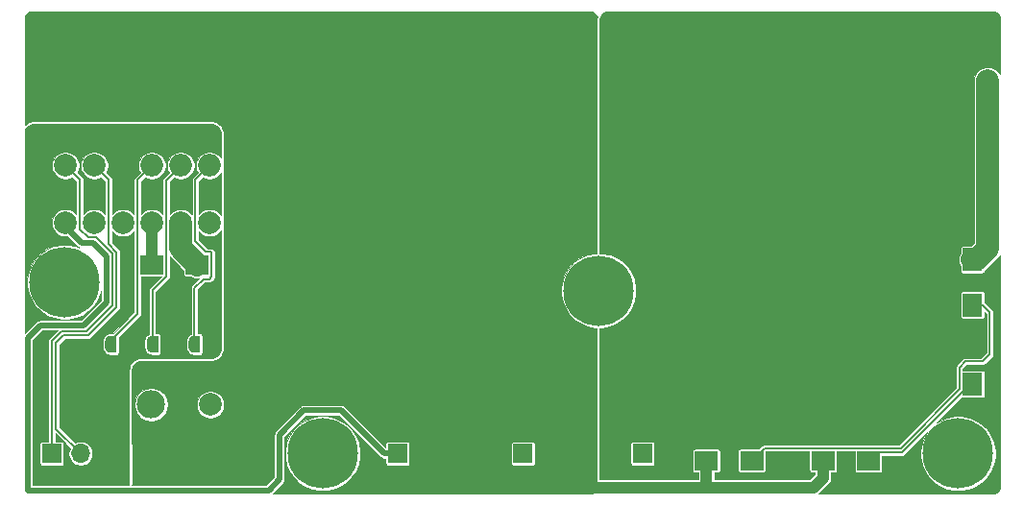
<source format=gbr>
G04 #@! TF.GenerationSoftware,KiCad,Pcbnew,(5.1.10)-1*
G04 #@! TF.CreationDate,2022-08-27T03:45:47-05:00*
G04 #@! TF.ProjectId,Common Slot Mini v1,436f6d6d-6f6e-4205-936c-6f74204d696e,rev?*
G04 #@! TF.SameCoordinates,Original*
G04 #@! TF.FileFunction,Copper,L1,Top*
G04 #@! TF.FilePolarity,Positive*
%FSLAX46Y46*%
G04 Gerber Fmt 4.6, Leading zero omitted, Abs format (unit mm)*
G04 Created by KiCad (PCBNEW (5.1.10)-1) date 2022-08-27 03:45:47*
%MOMM*%
%LPD*%
G01*
G04 APERTURE LIST*
G04 #@! TA.AperFunction,ComponentPad*
%ADD10C,2.010000*%
G04 #@! TD*
G04 #@! TA.AperFunction,WasherPad*
%ADD11C,6.200000*%
G04 #@! TD*
G04 #@! TA.AperFunction,ComponentPad*
%ADD12C,2.000000*%
G04 #@! TD*
G04 #@! TA.AperFunction,ComponentPad*
%ADD13O,2.000000X2.000000*%
G04 #@! TD*
G04 #@! TA.AperFunction,ComponentPad*
%ADD14R,2.000000X2.000000*%
G04 #@! TD*
G04 #@! TA.AperFunction,ComponentPad*
%ADD15C,2.490000*%
G04 #@! TD*
G04 #@! TA.AperFunction,ComponentPad*
%ADD16C,3.750000*%
G04 #@! TD*
G04 #@! TA.AperFunction,SMDPad,CuDef*
%ADD17R,2.000000X1.700000*%
G04 #@! TD*
G04 #@! TA.AperFunction,ComponentPad*
%ADD18R,1.700000X1.700000*%
G04 #@! TD*
G04 #@! TA.AperFunction,ComponentPad*
%ADD19O,1.700000X1.700000*%
G04 #@! TD*
G04 #@! TA.AperFunction,SMDPad,CuDef*
%ADD20R,1.700000X2.000000*%
G04 #@! TD*
G04 #@! TA.AperFunction,SMDPad,CuDef*
%ADD21C,0.100000*%
G04 #@! TD*
G04 #@! TA.AperFunction,ViaPad*
%ADD22C,1.500000*%
G04 #@! TD*
G04 #@! TA.AperFunction,ViaPad*
%ADD23C,0.800000*%
G04 #@! TD*
G04 #@! TA.AperFunction,Conductor*
%ADD24C,1.000000*%
G04 #@! TD*
G04 #@! TA.AperFunction,Conductor*
%ADD25C,2.000000*%
G04 #@! TD*
G04 #@! TA.AperFunction,Conductor*
%ADD26C,0.205000*%
G04 #@! TD*
G04 #@! TA.AperFunction,Conductor*
%ADD27C,0.500000*%
G04 #@! TD*
G04 #@! TA.AperFunction,Conductor*
%ADD28C,0.100000*%
G04 #@! TD*
G04 APERTURE END LIST*
D10*
X116760000Y-104048000D03*
D11*
X151000000Y-94000000D03*
X182673000Y-108366000D03*
X126666000Y-108366000D03*
X103933000Y-93253000D03*
D12*
X104000000Y-88000000D03*
X104000000Y-82960000D03*
X106540000Y-88000000D03*
X106540000Y-82960000D03*
X109080000Y-88000000D03*
D13*
X109080000Y-82960000D03*
D12*
X111620000Y-88000000D03*
D13*
X111620000Y-82960000D03*
D12*
X114160000Y-88000000D03*
D13*
X114160000Y-82960000D03*
D12*
X116700000Y-88000000D03*
D13*
X116700000Y-82960000D03*
D12*
X119240000Y-88000000D03*
D13*
X119240000Y-82960000D03*
D12*
X121780000Y-88000000D03*
D13*
X121780000Y-82960000D03*
D12*
X124320000Y-88000000D03*
D13*
X124320000Y-82960000D03*
D12*
X126860000Y-88000000D03*
D13*
X126860000Y-82960000D03*
D12*
X129400000Y-88000000D03*
D13*
X129400000Y-82960000D03*
D12*
X131940000Y-88000000D03*
D13*
X131940000Y-82960000D03*
D12*
X134480000Y-88000000D03*
D13*
X134480000Y-82960000D03*
D12*
X137020000Y-88000000D03*
D13*
X137020000Y-82960000D03*
D12*
X139560000Y-88000000D03*
D13*
X139560000Y-82960000D03*
D12*
X142100000Y-88000000D03*
D13*
X142100000Y-82960000D03*
D12*
X144640000Y-88000000D03*
D13*
X144640000Y-82960000D03*
D12*
X147180000Y-88000000D03*
D13*
X147180000Y-82960000D03*
D12*
X149720000Y-88000000D03*
D13*
X149720000Y-82960000D03*
D12*
X152260000Y-88000000D03*
D13*
X152260000Y-82960000D03*
D12*
X154800000Y-88000000D03*
D13*
X154800000Y-82960000D03*
D12*
X157340000Y-88000000D03*
D13*
X157340000Y-82960000D03*
D12*
X159880000Y-88000000D03*
D13*
X159880000Y-82960000D03*
D12*
X162420000Y-88000000D03*
D13*
X162420000Y-82960000D03*
D12*
X164960000Y-88000000D03*
D13*
X164960000Y-82960000D03*
D12*
X167500000Y-88000000D03*
D13*
X167500000Y-82960000D03*
D12*
X170040000Y-88000000D03*
D13*
X170040000Y-82960000D03*
D12*
X172580000Y-88000000D03*
D13*
X172580000Y-82960000D03*
D12*
X175120000Y-88000000D03*
D13*
X175120000Y-82960000D03*
D12*
X177660000Y-88000000D03*
D13*
X177660000Y-82960000D03*
D12*
X180200000Y-88000000D03*
D13*
X180200000Y-82960000D03*
D12*
X182740000Y-88000000D03*
D14*
X182740000Y-82960000D03*
D15*
X111553000Y-104048000D03*
X148510000Y-104810000D03*
X148510000Y-99984000D03*
X181276000Y-95920000D03*
X177339000Y-103794000D03*
D16*
X138350000Y-104175000D03*
X132635000Y-104175000D03*
X144065000Y-104175000D03*
X162737800Y-104140000D03*
X157657800Y-98552000D03*
X157657800Y-104140000D03*
X114093000Y-107858000D03*
X144065000Y-98460000D03*
X138350000Y-98460000D03*
X119808000Y-107858000D03*
X167817800Y-104140000D03*
X177977800Y-98552000D03*
X162737800Y-98552000D03*
X167817800Y-98552000D03*
X121205000Y-98460000D03*
X126920000Y-98460000D03*
X132635000Y-98460000D03*
X144065000Y-92745000D03*
X153717000Y-101508000D03*
X172897800Y-104140000D03*
X178104800Y-92964000D03*
X172897800Y-98552000D03*
X126920000Y-92745000D03*
X132635000Y-92745000D03*
X138350000Y-92745000D03*
X167944800Y-92964000D03*
X157784800Y-92964000D03*
X162864800Y-92964000D03*
X121205000Y-92745000D03*
X173024800Y-92964000D03*
D17*
X164480000Y-109001000D03*
X160480000Y-109001000D03*
X170767000Y-109001000D03*
X174767000Y-109001000D03*
D18*
X133270000Y-108366000D03*
D19*
X135810000Y-108366000D03*
X141779000Y-108366000D03*
D18*
X144319000Y-108366000D03*
D19*
X149780000Y-108366000D03*
X152320000Y-108366000D03*
D18*
X154860000Y-108366000D03*
D20*
X183943000Y-91253000D03*
X183943000Y-95253000D03*
D17*
X111610400Y-91703600D03*
X115610400Y-91703600D03*
D20*
X183943000Y-102238000D03*
X183943000Y-98238000D03*
G04 #@! TA.AperFunction,SMDPad,CuDef*
D21*
G36*
X115848000Y-99464000D02*
G01*
X115348000Y-99464000D01*
X115348000Y-99463398D01*
X115323466Y-99463398D01*
X115274635Y-99458588D01*
X115226510Y-99449016D01*
X115179555Y-99434772D01*
X115134222Y-99415995D01*
X115090949Y-99392864D01*
X115050150Y-99365604D01*
X115012221Y-99334476D01*
X114977524Y-99299779D01*
X114946396Y-99261850D01*
X114919136Y-99221051D01*
X114896005Y-99177778D01*
X114877228Y-99132445D01*
X114862984Y-99085490D01*
X114853412Y-99037365D01*
X114848602Y-98988534D01*
X114848602Y-98964000D01*
X114848000Y-98964000D01*
X114848000Y-98464000D01*
X114848602Y-98464000D01*
X114848602Y-98439466D01*
X114853412Y-98390635D01*
X114862984Y-98342510D01*
X114877228Y-98295555D01*
X114896005Y-98250222D01*
X114919136Y-98206949D01*
X114946396Y-98166150D01*
X114977524Y-98128221D01*
X115012221Y-98093524D01*
X115050150Y-98062396D01*
X115090949Y-98035136D01*
X115134222Y-98012005D01*
X115179555Y-97993228D01*
X115226510Y-97978984D01*
X115274635Y-97969412D01*
X115323466Y-97964602D01*
X115348000Y-97964602D01*
X115348000Y-97964000D01*
X115848000Y-97964000D01*
X115848000Y-99464000D01*
G37*
G04 #@! TD.AperFunction*
G04 #@! TA.AperFunction,SMDPad,CuDef*
G36*
X116648000Y-97964602D02*
G01*
X116672534Y-97964602D01*
X116721365Y-97969412D01*
X116769490Y-97978984D01*
X116816445Y-97993228D01*
X116861778Y-98012005D01*
X116905051Y-98035136D01*
X116945850Y-98062396D01*
X116983779Y-98093524D01*
X117018476Y-98128221D01*
X117049604Y-98166150D01*
X117076864Y-98206949D01*
X117099995Y-98250222D01*
X117118772Y-98295555D01*
X117133016Y-98342510D01*
X117142588Y-98390635D01*
X117147398Y-98439466D01*
X117147398Y-98464000D01*
X117148000Y-98464000D01*
X117148000Y-98964000D01*
X117147398Y-98964000D01*
X117147398Y-98988534D01*
X117142588Y-99037365D01*
X117133016Y-99085490D01*
X117118772Y-99132445D01*
X117099995Y-99177778D01*
X117076864Y-99221051D01*
X117049604Y-99261850D01*
X117018476Y-99299779D01*
X116983779Y-99334476D01*
X116945850Y-99365604D01*
X116905051Y-99392864D01*
X116861778Y-99415995D01*
X116816445Y-99434772D01*
X116769490Y-99449016D01*
X116721365Y-99458588D01*
X116672534Y-99463398D01*
X116648000Y-99463398D01*
X116648000Y-99464000D01*
X116148000Y-99464000D01*
X116148000Y-97964000D01*
X116648000Y-97964000D01*
X116648000Y-97964602D01*
G37*
G04 #@! TD.AperFunction*
G04 #@! TA.AperFunction,SMDPad,CuDef*
G36*
X112965000Y-97964602D02*
G01*
X112989534Y-97964602D01*
X113038365Y-97969412D01*
X113086490Y-97978984D01*
X113133445Y-97993228D01*
X113178778Y-98012005D01*
X113222051Y-98035136D01*
X113262850Y-98062396D01*
X113300779Y-98093524D01*
X113335476Y-98128221D01*
X113366604Y-98166150D01*
X113393864Y-98206949D01*
X113416995Y-98250222D01*
X113435772Y-98295555D01*
X113450016Y-98342510D01*
X113459588Y-98390635D01*
X113464398Y-98439466D01*
X113464398Y-98464000D01*
X113465000Y-98464000D01*
X113465000Y-98964000D01*
X113464398Y-98964000D01*
X113464398Y-98988534D01*
X113459588Y-99037365D01*
X113450016Y-99085490D01*
X113435772Y-99132445D01*
X113416995Y-99177778D01*
X113393864Y-99221051D01*
X113366604Y-99261850D01*
X113335476Y-99299779D01*
X113300779Y-99334476D01*
X113262850Y-99365604D01*
X113222051Y-99392864D01*
X113178778Y-99415995D01*
X113133445Y-99434772D01*
X113086490Y-99449016D01*
X113038365Y-99458588D01*
X112989534Y-99463398D01*
X112965000Y-99463398D01*
X112965000Y-99464000D01*
X112465000Y-99464000D01*
X112465000Y-97964000D01*
X112965000Y-97964000D01*
X112965000Y-97964602D01*
G37*
G04 #@! TD.AperFunction*
G04 #@! TA.AperFunction,SMDPad,CuDef*
G36*
X112165000Y-99464000D02*
G01*
X111665000Y-99464000D01*
X111665000Y-99463398D01*
X111640466Y-99463398D01*
X111591635Y-99458588D01*
X111543510Y-99449016D01*
X111496555Y-99434772D01*
X111451222Y-99415995D01*
X111407949Y-99392864D01*
X111367150Y-99365604D01*
X111329221Y-99334476D01*
X111294524Y-99299779D01*
X111263396Y-99261850D01*
X111236136Y-99221051D01*
X111213005Y-99177778D01*
X111194228Y-99132445D01*
X111179984Y-99085490D01*
X111170412Y-99037365D01*
X111165602Y-98988534D01*
X111165602Y-98964000D01*
X111165000Y-98964000D01*
X111165000Y-98464000D01*
X111165602Y-98464000D01*
X111165602Y-98439466D01*
X111170412Y-98390635D01*
X111179984Y-98342510D01*
X111194228Y-98295555D01*
X111213005Y-98250222D01*
X111236136Y-98206949D01*
X111263396Y-98166150D01*
X111294524Y-98128221D01*
X111329221Y-98093524D01*
X111367150Y-98062396D01*
X111407949Y-98035136D01*
X111451222Y-98012005D01*
X111496555Y-97993228D01*
X111543510Y-97978984D01*
X111591635Y-97969412D01*
X111640466Y-97964602D01*
X111665000Y-97964602D01*
X111665000Y-97964000D01*
X112165000Y-97964000D01*
X112165000Y-99464000D01*
G37*
G04 #@! TD.AperFunction*
G04 #@! TA.AperFunction,SMDPad,CuDef*
G36*
X108482000Y-99464000D02*
G01*
X107982000Y-99464000D01*
X107982000Y-99463398D01*
X107957466Y-99463398D01*
X107908635Y-99458588D01*
X107860510Y-99449016D01*
X107813555Y-99434772D01*
X107768222Y-99415995D01*
X107724949Y-99392864D01*
X107684150Y-99365604D01*
X107646221Y-99334476D01*
X107611524Y-99299779D01*
X107580396Y-99261850D01*
X107553136Y-99221051D01*
X107530005Y-99177778D01*
X107511228Y-99132445D01*
X107496984Y-99085490D01*
X107487412Y-99037365D01*
X107482602Y-98988534D01*
X107482602Y-98964000D01*
X107482000Y-98964000D01*
X107482000Y-98464000D01*
X107482602Y-98464000D01*
X107482602Y-98439466D01*
X107487412Y-98390635D01*
X107496984Y-98342510D01*
X107511228Y-98295555D01*
X107530005Y-98250222D01*
X107553136Y-98206949D01*
X107580396Y-98166150D01*
X107611524Y-98128221D01*
X107646221Y-98093524D01*
X107684150Y-98062396D01*
X107724949Y-98035136D01*
X107768222Y-98012005D01*
X107813555Y-97993228D01*
X107860510Y-97978984D01*
X107908635Y-97969412D01*
X107957466Y-97964602D01*
X107982000Y-97964602D01*
X107982000Y-97964000D01*
X108482000Y-97964000D01*
X108482000Y-99464000D01*
G37*
G04 #@! TD.AperFunction*
G04 #@! TA.AperFunction,SMDPad,CuDef*
G36*
X109282000Y-97964602D02*
G01*
X109306534Y-97964602D01*
X109355365Y-97969412D01*
X109403490Y-97978984D01*
X109450445Y-97993228D01*
X109495778Y-98012005D01*
X109539051Y-98035136D01*
X109579850Y-98062396D01*
X109617779Y-98093524D01*
X109652476Y-98128221D01*
X109683604Y-98166150D01*
X109710864Y-98206949D01*
X109733995Y-98250222D01*
X109752772Y-98295555D01*
X109767016Y-98342510D01*
X109776588Y-98390635D01*
X109781398Y-98439466D01*
X109781398Y-98464000D01*
X109782000Y-98464000D01*
X109782000Y-98964000D01*
X109781398Y-98964000D01*
X109781398Y-98988534D01*
X109776588Y-99037365D01*
X109767016Y-99085490D01*
X109752772Y-99132445D01*
X109733995Y-99177778D01*
X109710864Y-99221051D01*
X109683604Y-99261850D01*
X109652476Y-99299779D01*
X109617779Y-99334476D01*
X109579850Y-99365604D01*
X109539051Y-99392864D01*
X109495778Y-99415995D01*
X109450445Y-99434772D01*
X109403490Y-99449016D01*
X109355365Y-99458588D01*
X109306534Y-99463398D01*
X109282000Y-99463398D01*
X109282000Y-99464000D01*
X108782000Y-99464000D01*
X108782000Y-97964000D01*
X109282000Y-97964000D01*
X109282000Y-97964602D01*
G37*
G04 #@! TD.AperFunction*
D18*
X102790000Y-108366000D03*
D19*
X105330000Y-108366000D03*
X107870000Y-108366000D03*
D22*
X185269990Y-75473000D03*
D23*
X185213000Y-104556000D03*
X116760000Y-85633000D03*
X114093000Y-96301000D03*
D24*
X149780000Y-108366000D02*
X149780000Y-110398000D01*
X149780000Y-110398000D02*
X150745990Y-111363990D01*
X170767000Y-110493000D02*
X170767000Y-109001000D01*
X169896010Y-111363990D02*
X170767000Y-110493000D01*
X160905990Y-111363990D02*
X169896010Y-111363990D01*
X160480000Y-109001000D02*
X160480000Y-111128000D01*
X160244010Y-111363990D02*
X160905990Y-111363990D01*
X160480000Y-111128000D02*
X160244010Y-111363990D01*
X150745990Y-111363990D02*
X160244010Y-111363990D01*
D25*
X184292000Y-91253000D02*
X185269990Y-90275010D01*
X183943000Y-91253000D02*
X184292000Y-91253000D01*
X185269990Y-90275010D02*
X185269990Y-75473000D01*
X114160000Y-90253200D02*
X115610400Y-91703600D01*
X114160000Y-88000000D02*
X114160000Y-90253200D01*
D26*
X183308000Y-100238000D02*
X184832000Y-100238000D01*
X185467000Y-95920000D02*
X184800000Y-95253000D01*
X185467000Y-99603000D02*
X185467000Y-95920000D01*
X182783501Y-102696195D02*
X182783501Y-100762499D01*
X184832000Y-100238000D02*
X185467000Y-99603000D01*
X177605706Y-107873990D02*
X182783501Y-102696195D01*
X175028808Y-107873990D02*
X177605706Y-107873990D01*
X184800000Y-95253000D02*
X183943000Y-95253000D01*
X175014299Y-107888499D02*
X175028808Y-107873990D01*
X165592501Y-107888499D02*
X175014299Y-107888499D01*
X182783501Y-100762499D02*
X183308000Y-100238000D01*
X164480000Y-109001000D02*
X165592501Y-107888499D01*
X174767000Y-109001000D02*
X174767000Y-108652000D01*
X174767000Y-108652000D02*
X175180000Y-108239000D01*
X183757898Y-102238000D02*
X183943000Y-102238000D01*
X177756898Y-108239000D02*
X183757898Y-102238000D01*
X175180000Y-108239000D02*
X177756898Y-108239000D01*
D24*
X111620000Y-91694000D02*
X111610400Y-91703600D01*
X111620000Y-88000000D02*
X111620000Y-91694000D01*
D27*
X128317000Y-104556000D02*
X132127000Y-108366000D01*
X125015000Y-104556000D02*
X128317000Y-104556000D01*
X132127000Y-108366000D02*
X133270000Y-108366000D01*
X104000000Y-88000000D02*
X104000000Y-88367000D01*
X106473000Y-89824000D02*
X107616000Y-90967000D01*
X105457000Y-89824000D02*
X106473000Y-89824000D01*
X107616000Y-90967000D02*
X107616000Y-95031000D01*
X104000000Y-88367000D02*
X105457000Y-89824000D01*
X105584000Y-97063000D02*
X101774000Y-97063000D01*
X107616000Y-95031000D02*
X105584000Y-97063000D01*
X100685010Y-111613990D02*
X121894010Y-111613990D01*
X100685010Y-98151990D02*
X100685010Y-111613990D01*
X101774000Y-97063000D02*
X100685010Y-98151990D01*
X121894010Y-111613990D02*
X122856000Y-110652000D01*
X122856000Y-110652000D02*
X122856000Y-106715000D01*
X122856000Y-106715000D02*
X125015000Y-104556000D01*
D26*
X102790000Y-108366000D02*
X102790000Y-98464510D01*
X103679000Y-97575510D02*
X105833490Y-97575510D01*
X102790000Y-98464510D02*
X103679000Y-97575510D01*
X108128509Y-90754711D02*
X106685288Y-89311490D01*
X108128510Y-95280490D02*
X108128509Y-90754711D01*
X105833490Y-97575510D02*
X108128510Y-95280490D01*
X105262501Y-84222501D02*
X104000000Y-82960000D01*
X105262501Y-88591003D02*
X105262501Y-84222501D01*
X105982988Y-89311490D02*
X105262501Y-88591003D01*
X106685288Y-89311490D02*
X105982988Y-89311490D01*
X105330000Y-108366000D02*
X103155010Y-106191010D01*
X103155010Y-106191010D02*
X103155010Y-98615702D01*
X103155010Y-98615702D02*
X103830192Y-97940520D01*
X103830192Y-97940520D02*
X105984683Y-97940519D01*
X105984683Y-97940519D02*
X108505000Y-95420202D01*
X108505000Y-95420202D02*
X108505000Y-90615000D01*
X107802501Y-84222501D02*
X106540000Y-82960000D01*
X107802501Y-89912501D02*
X107802501Y-84222501D01*
X108505000Y-90615000D02*
X107802501Y-89912501D01*
X110342501Y-84237499D02*
X111620000Y-82960000D01*
X110342501Y-96032253D02*
X110342501Y-84237499D01*
X107982000Y-98392754D02*
X110342501Y-96032253D01*
X107982000Y-98714000D02*
X107982000Y-98392754D01*
X112957490Y-84162510D02*
X114160000Y-82960000D01*
X111665000Y-93971502D02*
X112872901Y-92763601D01*
X111665000Y-98714000D02*
X111665000Y-93971502D01*
X112882501Y-84237499D02*
X112957490Y-84162510D01*
X112882501Y-88606001D02*
X112882501Y-84237499D01*
X112872901Y-88615601D02*
X112882501Y-88606001D01*
X112872901Y-92763601D02*
X112872901Y-88615601D01*
X115348000Y-98714000D02*
X115348000Y-93751458D01*
X115348000Y-93751458D02*
X116133349Y-92966109D01*
X116670393Y-92966109D02*
X116872901Y-92763601D01*
X116133349Y-92966109D02*
X116670393Y-92966109D01*
X116872901Y-90643599D02*
X116820401Y-90591099D01*
X116872901Y-92763601D02*
X116872901Y-90643599D01*
X116820401Y-90591099D02*
X116384099Y-90591099D01*
X115437499Y-84222501D02*
X116700000Y-82960000D01*
X115437499Y-89644499D02*
X115437499Y-84222501D01*
X116384099Y-90591099D02*
X115437499Y-89644499D01*
D28*
X117700000Y-98995560D02*
X117681462Y-99183542D01*
X117627281Y-99361913D01*
X117539302Y-99526267D01*
X117420918Y-99670264D01*
X117276681Y-99788369D01*
X117112155Y-99876023D01*
X116933679Y-99929850D01*
X116745667Y-99948016D01*
X110651320Y-99935981D01*
X110646408Y-99936213D01*
X110450886Y-99955120D01*
X110441250Y-99957021D01*
X110253196Y-100013785D01*
X110244118Y-100017533D01*
X110070788Y-100109964D01*
X110062617Y-100115415D01*
X109910700Y-100239946D01*
X109903753Y-100246888D01*
X109779112Y-100398713D01*
X109773655Y-100406880D01*
X109681097Y-100580142D01*
X109677343Y-100589217D01*
X109620441Y-100777230D01*
X109618533Y-100786865D01*
X109599483Y-100982373D01*
X109599247Y-100987284D01*
X109611752Y-111045360D01*
X109601181Y-111153990D01*
X101145010Y-111153990D01*
X101145010Y-98342527D01*
X101964538Y-97523000D01*
X103289569Y-97523000D01*
X102579883Y-98232686D01*
X102567961Y-98242470D01*
X102558177Y-98254392D01*
X102558175Y-98254394D01*
X102528909Y-98290055D01*
X102499892Y-98344343D01*
X102482022Y-98403250D01*
X102475989Y-98464510D01*
X102477501Y-98479863D01*
X102477500Y-107304984D01*
X101940000Y-107304984D01*
X101898833Y-107309039D01*
X101859248Y-107321047D01*
X101822766Y-107340547D01*
X101790789Y-107366789D01*
X101764547Y-107398766D01*
X101745047Y-107435248D01*
X101733039Y-107474833D01*
X101728984Y-107516000D01*
X101728984Y-109216000D01*
X101733039Y-109257167D01*
X101745047Y-109296752D01*
X101764547Y-109333234D01*
X101790789Y-109365211D01*
X101822766Y-109391453D01*
X101859248Y-109410953D01*
X101898833Y-109422961D01*
X101940000Y-109427016D01*
X103640000Y-109427016D01*
X103681167Y-109422961D01*
X103720752Y-109410953D01*
X103757234Y-109391453D01*
X103789211Y-109365211D01*
X103815453Y-109333234D01*
X103834953Y-109296752D01*
X103846961Y-109257167D01*
X103851016Y-109216000D01*
X103851016Y-107516000D01*
X103846961Y-107474833D01*
X103834953Y-107435248D01*
X103815453Y-107398766D01*
X103789211Y-107366789D01*
X103757234Y-107340547D01*
X103720752Y-107321047D01*
X103681167Y-107309039D01*
X103640000Y-107304984D01*
X103102500Y-107304984D01*
X103102500Y-106580441D01*
X104389269Y-107867211D01*
X104310735Y-108056809D01*
X104270000Y-108261599D01*
X104270000Y-108470401D01*
X104310735Y-108675191D01*
X104390640Y-108868098D01*
X104506644Y-109041711D01*
X104654289Y-109189356D01*
X104827902Y-109305360D01*
X105020809Y-109385265D01*
X105225599Y-109426000D01*
X105434401Y-109426000D01*
X105639191Y-109385265D01*
X105832098Y-109305360D01*
X106005711Y-109189356D01*
X106153356Y-109041711D01*
X106269360Y-108868098D01*
X106349265Y-108675191D01*
X106390000Y-108470401D01*
X106390000Y-108261599D01*
X106349265Y-108056809D01*
X106269360Y-107863902D01*
X106153356Y-107690289D01*
X106005711Y-107542644D01*
X105832098Y-107426640D01*
X105639191Y-107346735D01*
X105434401Y-107306000D01*
X105225599Y-107306000D01*
X105020809Y-107346735D01*
X104831211Y-107425269D01*
X103467510Y-106061569D01*
X103467510Y-98745143D01*
X103959633Y-98253020D01*
X105969330Y-98253018D01*
X105984683Y-98254530D01*
X106045943Y-98248497D01*
X106104850Y-98230627D01*
X106159138Y-98201610D01*
X106194799Y-98172344D01*
X106194801Y-98172342D01*
X106206723Y-98162558D01*
X106216507Y-98150636D01*
X108715119Y-95652025D01*
X108727040Y-95642242D01*
X108766091Y-95594658D01*
X108795109Y-95540369D01*
X108812978Y-95481463D01*
X108817500Y-95435553D01*
X108817500Y-95435543D01*
X108819011Y-95420203D01*
X108817500Y-95404863D01*
X108817500Y-90630351D01*
X108819012Y-90615000D01*
X108812978Y-90553740D01*
X108795109Y-90494833D01*
X108792740Y-90490401D01*
X108766091Y-90440544D01*
X108727040Y-90392960D01*
X108715112Y-90383171D01*
X108115001Y-89783060D01*
X108115001Y-88733720D01*
X108140131Y-88771330D01*
X108308670Y-88939869D01*
X108506850Y-89072288D01*
X108727056Y-89163501D01*
X108960825Y-89210000D01*
X109199175Y-89210000D01*
X109432944Y-89163501D01*
X109653150Y-89072288D01*
X109851330Y-88939869D01*
X110019869Y-88771330D01*
X110030002Y-88756165D01*
X110030001Y-95902812D01*
X108179829Y-97752984D01*
X107982000Y-97752984D01*
X107957554Y-97755392D01*
X107932991Y-97755392D01*
X107891824Y-97759447D01*
X107795691Y-97778569D01*
X107756107Y-97790576D01*
X107665551Y-97828085D01*
X107629068Y-97847586D01*
X107547569Y-97902042D01*
X107515592Y-97928284D01*
X107446284Y-97997592D01*
X107420042Y-98029569D01*
X107365586Y-98111068D01*
X107346085Y-98147551D01*
X107308576Y-98238107D01*
X107296569Y-98277691D01*
X107277447Y-98373824D01*
X107273392Y-98414991D01*
X107273392Y-98439554D01*
X107270984Y-98464000D01*
X107270984Y-98964000D01*
X107273392Y-98988446D01*
X107273392Y-99013009D01*
X107277447Y-99054176D01*
X107296569Y-99150309D01*
X107308576Y-99189893D01*
X107346085Y-99280449D01*
X107365586Y-99316932D01*
X107420042Y-99398431D01*
X107446284Y-99430408D01*
X107515592Y-99499716D01*
X107547569Y-99525958D01*
X107629068Y-99580414D01*
X107665551Y-99599915D01*
X107756107Y-99637424D01*
X107795691Y-99649431D01*
X107891824Y-99668553D01*
X107932991Y-99672608D01*
X107957554Y-99672608D01*
X107982000Y-99675016D01*
X108482000Y-99675016D01*
X108523167Y-99670961D01*
X108562752Y-99658953D01*
X108599234Y-99639453D01*
X108631211Y-99613211D01*
X108657453Y-99581234D01*
X108676953Y-99544752D01*
X108688961Y-99505167D01*
X108693016Y-99464000D01*
X108693016Y-98123679D01*
X110552614Y-96264081D01*
X110564541Y-96254293D01*
X110603592Y-96206709D01*
X110632610Y-96152420D01*
X110650479Y-96093514D01*
X110655001Y-96047604D01*
X110655001Y-96047603D01*
X110656513Y-96032253D01*
X110655001Y-96016902D01*
X110655001Y-92764616D01*
X112429944Y-92764616D01*
X111454883Y-93739678D01*
X111442961Y-93749462D01*
X111433177Y-93761384D01*
X111433175Y-93761386D01*
X111403909Y-93797047D01*
X111374892Y-93851335D01*
X111357022Y-93910242D01*
X111350989Y-93971502D01*
X111352501Y-93986855D01*
X111352500Y-97826449D01*
X111348551Y-97828085D01*
X111312068Y-97847586D01*
X111230569Y-97902042D01*
X111198592Y-97928284D01*
X111129284Y-97997592D01*
X111103042Y-98029569D01*
X111048586Y-98111068D01*
X111029085Y-98147551D01*
X110991576Y-98238107D01*
X110979569Y-98277691D01*
X110960447Y-98373824D01*
X110956392Y-98414991D01*
X110956392Y-98439554D01*
X110953984Y-98464000D01*
X110953984Y-98964000D01*
X110956392Y-98988446D01*
X110956392Y-99013009D01*
X110960447Y-99054176D01*
X110979569Y-99150309D01*
X110991576Y-99189893D01*
X111029085Y-99280449D01*
X111048586Y-99316932D01*
X111103042Y-99398431D01*
X111129284Y-99430408D01*
X111198592Y-99499716D01*
X111230569Y-99525958D01*
X111312068Y-99580414D01*
X111348551Y-99599915D01*
X111439107Y-99637424D01*
X111478691Y-99649431D01*
X111574824Y-99668553D01*
X111615991Y-99672608D01*
X111640554Y-99672608D01*
X111665000Y-99675016D01*
X112165000Y-99675016D01*
X112206167Y-99670961D01*
X112245752Y-99658953D01*
X112282234Y-99639453D01*
X112314211Y-99613211D01*
X112340453Y-99581234D01*
X112359953Y-99544752D01*
X112371961Y-99505167D01*
X112376016Y-99464000D01*
X112376016Y-97964000D01*
X112371961Y-97922833D01*
X112359953Y-97883248D01*
X112340453Y-97846766D01*
X112314211Y-97814789D01*
X112282234Y-97788547D01*
X112245752Y-97769047D01*
X112206167Y-97757039D01*
X112165000Y-97752984D01*
X111977500Y-97752984D01*
X111977500Y-94100943D01*
X113083020Y-92995424D01*
X113094941Y-92985641D01*
X113133992Y-92938057D01*
X113163010Y-92883768D01*
X113180879Y-92824862D01*
X113185401Y-92778952D01*
X113185401Y-92778944D01*
X113186912Y-92763601D01*
X113185401Y-92748258D01*
X113185401Y-90972980D01*
X113300262Y-91112939D01*
X113346435Y-91150832D01*
X114399384Y-92203782D01*
X114399384Y-92553600D01*
X114403439Y-92594767D01*
X114415447Y-92634352D01*
X114434947Y-92670834D01*
X114461189Y-92702811D01*
X114493166Y-92729053D01*
X114529648Y-92748553D01*
X114569233Y-92760561D01*
X114610400Y-92764616D01*
X115028583Y-92764616D01*
X115145112Y-92826902D01*
X115373197Y-92896091D01*
X115610399Y-92919454D01*
X115752010Y-92905506D01*
X115137883Y-93519634D01*
X115125961Y-93529418D01*
X115116177Y-93541340D01*
X115116175Y-93541342D01*
X115086909Y-93577003D01*
X115057892Y-93631291D01*
X115040022Y-93690198D01*
X115033989Y-93751458D01*
X115035501Y-93766811D01*
X115035500Y-97826449D01*
X115031551Y-97828085D01*
X114995068Y-97847586D01*
X114913569Y-97902042D01*
X114881592Y-97928284D01*
X114812284Y-97997592D01*
X114786042Y-98029569D01*
X114731586Y-98111068D01*
X114712085Y-98147551D01*
X114674576Y-98238107D01*
X114662569Y-98277691D01*
X114643447Y-98373824D01*
X114639392Y-98414991D01*
X114639392Y-98439554D01*
X114636984Y-98464000D01*
X114636984Y-98964000D01*
X114639392Y-98988446D01*
X114639392Y-99013009D01*
X114643447Y-99054176D01*
X114662569Y-99150309D01*
X114674576Y-99189893D01*
X114712085Y-99280449D01*
X114731586Y-99316932D01*
X114786042Y-99398431D01*
X114812284Y-99430408D01*
X114881592Y-99499716D01*
X114913569Y-99525958D01*
X114995068Y-99580414D01*
X115031551Y-99599915D01*
X115122107Y-99637424D01*
X115161691Y-99649431D01*
X115257824Y-99668553D01*
X115298991Y-99672608D01*
X115323554Y-99672608D01*
X115348000Y-99675016D01*
X115848000Y-99675016D01*
X115889167Y-99670961D01*
X115928752Y-99658953D01*
X115965234Y-99639453D01*
X115997211Y-99613211D01*
X116023453Y-99581234D01*
X116042953Y-99544752D01*
X116054961Y-99505167D01*
X116059016Y-99464000D01*
X116059016Y-97964000D01*
X116054961Y-97922833D01*
X116042953Y-97883248D01*
X116023453Y-97846766D01*
X115997211Y-97814789D01*
X115965234Y-97788547D01*
X115928752Y-97769047D01*
X115889167Y-97757039D01*
X115848000Y-97752984D01*
X115660500Y-97752984D01*
X115660500Y-93880899D01*
X116262791Y-93278609D01*
X116655050Y-93278609D01*
X116670393Y-93280120D01*
X116685736Y-93278609D01*
X116685744Y-93278609D01*
X116731654Y-93274087D01*
X116790560Y-93256218D01*
X116844849Y-93227200D01*
X116892433Y-93188149D01*
X116902223Y-93176220D01*
X117083009Y-92995433D01*
X117094941Y-92985641D01*
X117133992Y-92938057D01*
X117163010Y-92883768D01*
X117180879Y-92824862D01*
X117185401Y-92778952D01*
X117185401Y-92778951D01*
X117186913Y-92763601D01*
X117185401Y-92748250D01*
X117185401Y-90658941D01*
X117186912Y-90643598D01*
X117185401Y-90628255D01*
X117185401Y-90628248D01*
X117180879Y-90582338D01*
X117163010Y-90523432D01*
X117133992Y-90469143D01*
X117094941Y-90421559D01*
X117083013Y-90411770D01*
X117052230Y-90380987D01*
X117042441Y-90369059D01*
X116994857Y-90330008D01*
X116940568Y-90300990D01*
X116881662Y-90283121D01*
X116835752Y-90278599D01*
X116835744Y-90278599D01*
X116820401Y-90277088D01*
X116805058Y-90278599D01*
X116513540Y-90278599D01*
X115749999Y-89515058D01*
X115749999Y-88756166D01*
X115760131Y-88771330D01*
X115928670Y-88939869D01*
X116126850Y-89072288D01*
X116347056Y-89163501D01*
X116580825Y-89210000D01*
X116819175Y-89210000D01*
X117052944Y-89163501D01*
X117273150Y-89072288D01*
X117471330Y-88939869D01*
X117639869Y-88771330D01*
X117700000Y-88681337D01*
X117700000Y-98995560D01*
G04 #@! TA.AperFunction,Conductor*
G36*
X117700000Y-98995560D02*
G01*
X117681462Y-99183542D01*
X117627281Y-99361913D01*
X117539302Y-99526267D01*
X117420918Y-99670264D01*
X117276681Y-99788369D01*
X117112155Y-99876023D01*
X116933679Y-99929850D01*
X116745667Y-99948016D01*
X110651320Y-99935981D01*
X110646408Y-99936213D01*
X110450886Y-99955120D01*
X110441250Y-99957021D01*
X110253196Y-100013785D01*
X110244118Y-100017533D01*
X110070788Y-100109964D01*
X110062617Y-100115415D01*
X109910700Y-100239946D01*
X109903753Y-100246888D01*
X109779112Y-100398713D01*
X109773655Y-100406880D01*
X109681097Y-100580142D01*
X109677343Y-100589217D01*
X109620441Y-100777230D01*
X109618533Y-100786865D01*
X109599483Y-100982373D01*
X109599247Y-100987284D01*
X109611752Y-111045360D01*
X109601181Y-111153990D01*
X101145010Y-111153990D01*
X101145010Y-98342527D01*
X101964538Y-97523000D01*
X103289569Y-97523000D01*
X102579883Y-98232686D01*
X102567961Y-98242470D01*
X102558177Y-98254392D01*
X102558175Y-98254394D01*
X102528909Y-98290055D01*
X102499892Y-98344343D01*
X102482022Y-98403250D01*
X102475989Y-98464510D01*
X102477501Y-98479863D01*
X102477500Y-107304984D01*
X101940000Y-107304984D01*
X101898833Y-107309039D01*
X101859248Y-107321047D01*
X101822766Y-107340547D01*
X101790789Y-107366789D01*
X101764547Y-107398766D01*
X101745047Y-107435248D01*
X101733039Y-107474833D01*
X101728984Y-107516000D01*
X101728984Y-109216000D01*
X101733039Y-109257167D01*
X101745047Y-109296752D01*
X101764547Y-109333234D01*
X101790789Y-109365211D01*
X101822766Y-109391453D01*
X101859248Y-109410953D01*
X101898833Y-109422961D01*
X101940000Y-109427016D01*
X103640000Y-109427016D01*
X103681167Y-109422961D01*
X103720752Y-109410953D01*
X103757234Y-109391453D01*
X103789211Y-109365211D01*
X103815453Y-109333234D01*
X103834953Y-109296752D01*
X103846961Y-109257167D01*
X103851016Y-109216000D01*
X103851016Y-107516000D01*
X103846961Y-107474833D01*
X103834953Y-107435248D01*
X103815453Y-107398766D01*
X103789211Y-107366789D01*
X103757234Y-107340547D01*
X103720752Y-107321047D01*
X103681167Y-107309039D01*
X103640000Y-107304984D01*
X103102500Y-107304984D01*
X103102500Y-106580441D01*
X104389269Y-107867211D01*
X104310735Y-108056809D01*
X104270000Y-108261599D01*
X104270000Y-108470401D01*
X104310735Y-108675191D01*
X104390640Y-108868098D01*
X104506644Y-109041711D01*
X104654289Y-109189356D01*
X104827902Y-109305360D01*
X105020809Y-109385265D01*
X105225599Y-109426000D01*
X105434401Y-109426000D01*
X105639191Y-109385265D01*
X105832098Y-109305360D01*
X106005711Y-109189356D01*
X106153356Y-109041711D01*
X106269360Y-108868098D01*
X106349265Y-108675191D01*
X106390000Y-108470401D01*
X106390000Y-108261599D01*
X106349265Y-108056809D01*
X106269360Y-107863902D01*
X106153356Y-107690289D01*
X106005711Y-107542644D01*
X105832098Y-107426640D01*
X105639191Y-107346735D01*
X105434401Y-107306000D01*
X105225599Y-107306000D01*
X105020809Y-107346735D01*
X104831211Y-107425269D01*
X103467510Y-106061569D01*
X103467510Y-98745143D01*
X103959633Y-98253020D01*
X105969330Y-98253018D01*
X105984683Y-98254530D01*
X106045943Y-98248497D01*
X106104850Y-98230627D01*
X106159138Y-98201610D01*
X106194799Y-98172344D01*
X106194801Y-98172342D01*
X106206723Y-98162558D01*
X106216507Y-98150636D01*
X108715119Y-95652025D01*
X108727040Y-95642242D01*
X108766091Y-95594658D01*
X108795109Y-95540369D01*
X108812978Y-95481463D01*
X108817500Y-95435553D01*
X108817500Y-95435543D01*
X108819011Y-95420203D01*
X108817500Y-95404863D01*
X108817500Y-90630351D01*
X108819012Y-90615000D01*
X108812978Y-90553740D01*
X108795109Y-90494833D01*
X108792740Y-90490401D01*
X108766091Y-90440544D01*
X108727040Y-90392960D01*
X108715112Y-90383171D01*
X108115001Y-89783060D01*
X108115001Y-88733720D01*
X108140131Y-88771330D01*
X108308670Y-88939869D01*
X108506850Y-89072288D01*
X108727056Y-89163501D01*
X108960825Y-89210000D01*
X109199175Y-89210000D01*
X109432944Y-89163501D01*
X109653150Y-89072288D01*
X109851330Y-88939869D01*
X110019869Y-88771330D01*
X110030002Y-88756165D01*
X110030001Y-95902812D01*
X108179829Y-97752984D01*
X107982000Y-97752984D01*
X107957554Y-97755392D01*
X107932991Y-97755392D01*
X107891824Y-97759447D01*
X107795691Y-97778569D01*
X107756107Y-97790576D01*
X107665551Y-97828085D01*
X107629068Y-97847586D01*
X107547569Y-97902042D01*
X107515592Y-97928284D01*
X107446284Y-97997592D01*
X107420042Y-98029569D01*
X107365586Y-98111068D01*
X107346085Y-98147551D01*
X107308576Y-98238107D01*
X107296569Y-98277691D01*
X107277447Y-98373824D01*
X107273392Y-98414991D01*
X107273392Y-98439554D01*
X107270984Y-98464000D01*
X107270984Y-98964000D01*
X107273392Y-98988446D01*
X107273392Y-99013009D01*
X107277447Y-99054176D01*
X107296569Y-99150309D01*
X107308576Y-99189893D01*
X107346085Y-99280449D01*
X107365586Y-99316932D01*
X107420042Y-99398431D01*
X107446284Y-99430408D01*
X107515592Y-99499716D01*
X107547569Y-99525958D01*
X107629068Y-99580414D01*
X107665551Y-99599915D01*
X107756107Y-99637424D01*
X107795691Y-99649431D01*
X107891824Y-99668553D01*
X107932991Y-99672608D01*
X107957554Y-99672608D01*
X107982000Y-99675016D01*
X108482000Y-99675016D01*
X108523167Y-99670961D01*
X108562752Y-99658953D01*
X108599234Y-99639453D01*
X108631211Y-99613211D01*
X108657453Y-99581234D01*
X108676953Y-99544752D01*
X108688961Y-99505167D01*
X108693016Y-99464000D01*
X108693016Y-98123679D01*
X110552614Y-96264081D01*
X110564541Y-96254293D01*
X110603592Y-96206709D01*
X110632610Y-96152420D01*
X110650479Y-96093514D01*
X110655001Y-96047604D01*
X110655001Y-96047603D01*
X110656513Y-96032253D01*
X110655001Y-96016902D01*
X110655001Y-92764616D01*
X112429944Y-92764616D01*
X111454883Y-93739678D01*
X111442961Y-93749462D01*
X111433177Y-93761384D01*
X111433175Y-93761386D01*
X111403909Y-93797047D01*
X111374892Y-93851335D01*
X111357022Y-93910242D01*
X111350989Y-93971502D01*
X111352501Y-93986855D01*
X111352500Y-97826449D01*
X111348551Y-97828085D01*
X111312068Y-97847586D01*
X111230569Y-97902042D01*
X111198592Y-97928284D01*
X111129284Y-97997592D01*
X111103042Y-98029569D01*
X111048586Y-98111068D01*
X111029085Y-98147551D01*
X110991576Y-98238107D01*
X110979569Y-98277691D01*
X110960447Y-98373824D01*
X110956392Y-98414991D01*
X110956392Y-98439554D01*
X110953984Y-98464000D01*
X110953984Y-98964000D01*
X110956392Y-98988446D01*
X110956392Y-99013009D01*
X110960447Y-99054176D01*
X110979569Y-99150309D01*
X110991576Y-99189893D01*
X111029085Y-99280449D01*
X111048586Y-99316932D01*
X111103042Y-99398431D01*
X111129284Y-99430408D01*
X111198592Y-99499716D01*
X111230569Y-99525958D01*
X111312068Y-99580414D01*
X111348551Y-99599915D01*
X111439107Y-99637424D01*
X111478691Y-99649431D01*
X111574824Y-99668553D01*
X111615991Y-99672608D01*
X111640554Y-99672608D01*
X111665000Y-99675016D01*
X112165000Y-99675016D01*
X112206167Y-99670961D01*
X112245752Y-99658953D01*
X112282234Y-99639453D01*
X112314211Y-99613211D01*
X112340453Y-99581234D01*
X112359953Y-99544752D01*
X112371961Y-99505167D01*
X112376016Y-99464000D01*
X112376016Y-97964000D01*
X112371961Y-97922833D01*
X112359953Y-97883248D01*
X112340453Y-97846766D01*
X112314211Y-97814789D01*
X112282234Y-97788547D01*
X112245752Y-97769047D01*
X112206167Y-97757039D01*
X112165000Y-97752984D01*
X111977500Y-97752984D01*
X111977500Y-94100943D01*
X113083020Y-92995424D01*
X113094941Y-92985641D01*
X113133992Y-92938057D01*
X113163010Y-92883768D01*
X113180879Y-92824862D01*
X113185401Y-92778952D01*
X113185401Y-92778944D01*
X113186912Y-92763601D01*
X113185401Y-92748258D01*
X113185401Y-90972980D01*
X113300262Y-91112939D01*
X113346435Y-91150832D01*
X114399384Y-92203782D01*
X114399384Y-92553600D01*
X114403439Y-92594767D01*
X114415447Y-92634352D01*
X114434947Y-92670834D01*
X114461189Y-92702811D01*
X114493166Y-92729053D01*
X114529648Y-92748553D01*
X114569233Y-92760561D01*
X114610400Y-92764616D01*
X115028583Y-92764616D01*
X115145112Y-92826902D01*
X115373197Y-92896091D01*
X115610399Y-92919454D01*
X115752010Y-92905506D01*
X115137883Y-93519634D01*
X115125961Y-93529418D01*
X115116177Y-93541340D01*
X115116175Y-93541342D01*
X115086909Y-93577003D01*
X115057892Y-93631291D01*
X115040022Y-93690198D01*
X115033989Y-93751458D01*
X115035501Y-93766811D01*
X115035500Y-97826449D01*
X115031551Y-97828085D01*
X114995068Y-97847586D01*
X114913569Y-97902042D01*
X114881592Y-97928284D01*
X114812284Y-97997592D01*
X114786042Y-98029569D01*
X114731586Y-98111068D01*
X114712085Y-98147551D01*
X114674576Y-98238107D01*
X114662569Y-98277691D01*
X114643447Y-98373824D01*
X114639392Y-98414991D01*
X114639392Y-98439554D01*
X114636984Y-98464000D01*
X114636984Y-98964000D01*
X114639392Y-98988446D01*
X114639392Y-99013009D01*
X114643447Y-99054176D01*
X114662569Y-99150309D01*
X114674576Y-99189893D01*
X114712085Y-99280449D01*
X114731586Y-99316932D01*
X114786042Y-99398431D01*
X114812284Y-99430408D01*
X114881592Y-99499716D01*
X114913569Y-99525958D01*
X114995068Y-99580414D01*
X115031551Y-99599915D01*
X115122107Y-99637424D01*
X115161691Y-99649431D01*
X115257824Y-99668553D01*
X115298991Y-99672608D01*
X115323554Y-99672608D01*
X115348000Y-99675016D01*
X115848000Y-99675016D01*
X115889167Y-99670961D01*
X115928752Y-99658953D01*
X115965234Y-99639453D01*
X115997211Y-99613211D01*
X116023453Y-99581234D01*
X116042953Y-99544752D01*
X116054961Y-99505167D01*
X116059016Y-99464000D01*
X116059016Y-97964000D01*
X116054961Y-97922833D01*
X116042953Y-97883248D01*
X116023453Y-97846766D01*
X115997211Y-97814789D01*
X115965234Y-97788547D01*
X115928752Y-97769047D01*
X115889167Y-97757039D01*
X115848000Y-97752984D01*
X115660500Y-97752984D01*
X115660500Y-93880899D01*
X116262791Y-93278609D01*
X116655050Y-93278609D01*
X116670393Y-93280120D01*
X116685736Y-93278609D01*
X116685744Y-93278609D01*
X116731654Y-93274087D01*
X116790560Y-93256218D01*
X116844849Y-93227200D01*
X116892433Y-93188149D01*
X116902223Y-93176220D01*
X117083009Y-92995433D01*
X117094941Y-92985641D01*
X117133992Y-92938057D01*
X117163010Y-92883768D01*
X117180879Y-92824862D01*
X117185401Y-92778952D01*
X117185401Y-92778951D01*
X117186913Y-92763601D01*
X117185401Y-92748250D01*
X117185401Y-90658941D01*
X117186912Y-90643598D01*
X117185401Y-90628255D01*
X117185401Y-90628248D01*
X117180879Y-90582338D01*
X117163010Y-90523432D01*
X117133992Y-90469143D01*
X117094941Y-90421559D01*
X117083013Y-90411770D01*
X117052230Y-90380987D01*
X117042441Y-90369059D01*
X116994857Y-90330008D01*
X116940568Y-90300990D01*
X116881662Y-90283121D01*
X116835752Y-90278599D01*
X116835744Y-90278599D01*
X116820401Y-90277088D01*
X116805058Y-90278599D01*
X116513540Y-90278599D01*
X115749999Y-89515058D01*
X115749999Y-88756166D01*
X115760131Y-88771330D01*
X115928670Y-88939869D01*
X116126850Y-89072288D01*
X116347056Y-89163501D01*
X116580825Y-89210000D01*
X116819175Y-89210000D01*
X117052944Y-89163501D01*
X117273150Y-89072288D01*
X117471330Y-88939869D01*
X117639869Y-88771330D01*
X117700000Y-88681337D01*
X117700000Y-98995560D01*
G37*
G04 #@! TD.AperFunction*
X116935288Y-79318491D02*
X117113456Y-79372537D01*
X117277655Y-79460303D01*
X117421580Y-79578420D01*
X117539697Y-79722345D01*
X117627463Y-79886544D01*
X117681509Y-80064712D01*
X117700000Y-80252454D01*
X117700000Y-82278663D01*
X117639869Y-82188670D01*
X117471330Y-82020131D01*
X117273150Y-81887712D01*
X117052944Y-81796499D01*
X116819175Y-81750000D01*
X116580825Y-81750000D01*
X116347056Y-81796499D01*
X116126850Y-81887712D01*
X115928670Y-82020131D01*
X115760131Y-82188670D01*
X115627712Y-82386850D01*
X115536499Y-82607056D01*
X115490000Y-82840825D01*
X115490000Y-83079175D01*
X115536499Y-83312944D01*
X115627712Y-83533150D01*
X115650622Y-83567437D01*
X115227382Y-83990677D01*
X115215460Y-84000461D01*
X115205676Y-84012383D01*
X115205674Y-84012385D01*
X115176408Y-84048046D01*
X115147391Y-84102334D01*
X115129521Y-84161241D01*
X115123488Y-84222501D01*
X115125000Y-84237854D01*
X115124999Y-87266281D01*
X115099869Y-87228670D01*
X115057628Y-87186429D01*
X115019739Y-87140261D01*
X114973572Y-87102373D01*
X114931330Y-87060131D01*
X114881655Y-87026939D01*
X114835491Y-86989054D01*
X114782824Y-86960903D01*
X114733150Y-86927712D01*
X114677956Y-86904850D01*
X114625286Y-86876697D01*
X114568139Y-86859362D01*
X114512944Y-86836499D01*
X114454348Y-86824844D01*
X114397200Y-86807508D01*
X114337766Y-86801654D01*
X114279175Y-86790000D01*
X114219437Y-86790000D01*
X114160000Y-86784146D01*
X114100563Y-86790000D01*
X114040825Y-86790000D01*
X113982235Y-86801654D01*
X113922799Y-86807508D01*
X113865649Y-86824844D01*
X113807056Y-86836499D01*
X113751864Y-86859361D01*
X113694713Y-86876697D01*
X113642040Y-86904852D01*
X113586850Y-86927712D01*
X113537180Y-86960900D01*
X113484508Y-86989054D01*
X113438341Y-87026942D01*
X113388670Y-87060131D01*
X113346429Y-87102372D01*
X113300261Y-87140261D01*
X113262373Y-87186428D01*
X113220131Y-87228670D01*
X113195001Y-87266280D01*
X113195001Y-84366940D01*
X113552563Y-84009378D01*
X113586850Y-84032288D01*
X113807056Y-84123501D01*
X114040825Y-84170000D01*
X114279175Y-84170000D01*
X114512944Y-84123501D01*
X114733150Y-84032288D01*
X114931330Y-83899869D01*
X115099869Y-83731330D01*
X115232288Y-83533150D01*
X115323501Y-83312944D01*
X115370000Y-83079175D01*
X115370000Y-82840825D01*
X115323501Y-82607056D01*
X115232288Y-82386850D01*
X115099869Y-82188670D01*
X114931330Y-82020131D01*
X114733150Y-81887712D01*
X114512944Y-81796499D01*
X114279175Y-81750000D01*
X114040825Y-81750000D01*
X113807056Y-81796499D01*
X113586850Y-81887712D01*
X113388670Y-82020131D01*
X113220131Y-82188670D01*
X113087712Y-82386850D01*
X112996499Y-82607056D01*
X112950000Y-82840825D01*
X112950000Y-83079175D01*
X112996499Y-83312944D01*
X113087712Y-83533150D01*
X113110622Y-83567437D01*
X112672384Y-84005675D01*
X112660462Y-84015459D01*
X112650678Y-84027381D01*
X112650676Y-84027383D01*
X112621410Y-84063044D01*
X112592393Y-84117332D01*
X112574523Y-84176239D01*
X112568490Y-84237499D01*
X112570002Y-84252852D01*
X112570001Y-87243834D01*
X112559869Y-87228670D01*
X112391330Y-87060131D01*
X112193150Y-86927712D01*
X111972944Y-86836499D01*
X111739175Y-86790000D01*
X111500825Y-86790000D01*
X111267056Y-86836499D01*
X111046850Y-86927712D01*
X110848670Y-87060131D01*
X110680131Y-87228670D01*
X110655001Y-87266280D01*
X110655001Y-84366940D01*
X111012563Y-84009378D01*
X111046850Y-84032288D01*
X111267056Y-84123501D01*
X111500825Y-84170000D01*
X111739175Y-84170000D01*
X111972944Y-84123501D01*
X112193150Y-84032288D01*
X112391330Y-83899869D01*
X112559869Y-83731330D01*
X112692288Y-83533150D01*
X112783501Y-83312944D01*
X112830000Y-83079175D01*
X112830000Y-82840825D01*
X112783501Y-82607056D01*
X112692288Y-82386850D01*
X112559869Y-82188670D01*
X112391330Y-82020131D01*
X112193150Y-81887712D01*
X111972944Y-81796499D01*
X111739175Y-81750000D01*
X111500825Y-81750000D01*
X111267056Y-81796499D01*
X111046850Y-81887712D01*
X110848670Y-82020131D01*
X110680131Y-82188670D01*
X110547712Y-82386850D01*
X110456499Y-82607056D01*
X110410000Y-82840825D01*
X110410000Y-83079175D01*
X110456499Y-83312944D01*
X110547712Y-83533150D01*
X110570622Y-83567437D01*
X110132384Y-84005675D01*
X110120462Y-84015459D01*
X110110678Y-84027381D01*
X110110676Y-84027383D01*
X110081410Y-84063044D01*
X110052393Y-84117332D01*
X110034523Y-84176239D01*
X110028490Y-84237499D01*
X110030002Y-84252852D01*
X110030002Y-87243835D01*
X110019869Y-87228670D01*
X109851330Y-87060131D01*
X109653150Y-86927712D01*
X109432944Y-86836499D01*
X109199175Y-86790000D01*
X108960825Y-86790000D01*
X108727056Y-86836499D01*
X108506850Y-86927712D01*
X108308670Y-87060131D01*
X108140131Y-87228670D01*
X108115001Y-87266280D01*
X108115001Y-84237843D01*
X108116512Y-84222500D01*
X108115001Y-84207157D01*
X108115001Y-84207150D01*
X108110479Y-84161240D01*
X108092610Y-84102334D01*
X108063592Y-84048045D01*
X108046635Y-84027383D01*
X108034326Y-84012384D01*
X108034325Y-84012383D01*
X108024541Y-84000461D01*
X108012618Y-83990676D01*
X107589378Y-83567437D01*
X107612288Y-83533150D01*
X107703501Y-83312944D01*
X107750000Y-83079175D01*
X107750000Y-82840825D01*
X107703501Y-82607056D01*
X107612288Y-82386850D01*
X107479869Y-82188670D01*
X107311330Y-82020131D01*
X107113150Y-81887712D01*
X106892944Y-81796499D01*
X106659175Y-81750000D01*
X106420825Y-81750000D01*
X106187056Y-81796499D01*
X105966850Y-81887712D01*
X105768670Y-82020131D01*
X105600131Y-82188670D01*
X105467712Y-82386850D01*
X105376499Y-82607056D01*
X105330000Y-82840825D01*
X105330000Y-83079175D01*
X105376499Y-83312944D01*
X105467712Y-83533150D01*
X105600131Y-83731330D01*
X105768670Y-83899869D01*
X105966850Y-84032288D01*
X106187056Y-84123501D01*
X106420825Y-84170000D01*
X106659175Y-84170000D01*
X106892944Y-84123501D01*
X107113150Y-84032288D01*
X107147437Y-84009378D01*
X107490002Y-84351944D01*
X107490001Y-87243834D01*
X107479869Y-87228670D01*
X107311330Y-87060131D01*
X107113150Y-86927712D01*
X106892944Y-86836499D01*
X106659175Y-86790000D01*
X106420825Y-86790000D01*
X106187056Y-86836499D01*
X105966850Y-86927712D01*
X105768670Y-87060131D01*
X105600131Y-87228670D01*
X105575001Y-87266280D01*
X105575001Y-84237843D01*
X105576512Y-84222500D01*
X105575001Y-84207157D01*
X105575001Y-84207150D01*
X105570479Y-84161240D01*
X105552610Y-84102334D01*
X105523592Y-84048045D01*
X105506635Y-84027383D01*
X105494326Y-84012384D01*
X105494325Y-84012383D01*
X105484541Y-84000461D01*
X105472618Y-83990676D01*
X105049378Y-83567437D01*
X105072288Y-83533150D01*
X105163501Y-83312944D01*
X105210000Y-83079175D01*
X105210000Y-82840825D01*
X105163501Y-82607056D01*
X105072288Y-82386850D01*
X104939869Y-82188670D01*
X104771330Y-82020131D01*
X104573150Y-81887712D01*
X104352944Y-81796499D01*
X104119175Y-81750000D01*
X103880825Y-81750000D01*
X103647056Y-81796499D01*
X103426850Y-81887712D01*
X103228670Y-82020131D01*
X103060131Y-82188670D01*
X102927712Y-82386850D01*
X102836499Y-82607056D01*
X102790000Y-82840825D01*
X102790000Y-83079175D01*
X102836499Y-83312944D01*
X102927712Y-83533150D01*
X103060131Y-83731330D01*
X103228670Y-83899869D01*
X103426850Y-84032288D01*
X103647056Y-84123501D01*
X103880825Y-84170000D01*
X104119175Y-84170000D01*
X104352944Y-84123501D01*
X104573150Y-84032288D01*
X104607437Y-84009378D01*
X104950002Y-84351944D01*
X104950001Y-87243834D01*
X104939869Y-87228670D01*
X104771330Y-87060131D01*
X104573150Y-86927712D01*
X104352944Y-86836499D01*
X104119175Y-86790000D01*
X103880825Y-86790000D01*
X103647056Y-86836499D01*
X103426850Y-86927712D01*
X103228670Y-87060131D01*
X103060131Y-87228670D01*
X102927712Y-87426850D01*
X102836499Y-87647056D01*
X102790000Y-87880825D01*
X102790000Y-88119175D01*
X102836499Y-88352944D01*
X102927712Y-88573150D01*
X103060131Y-88771330D01*
X103228670Y-88939869D01*
X103426850Y-89072288D01*
X103647056Y-89163501D01*
X103880825Y-89210000D01*
X104119175Y-89210000D01*
X104180304Y-89197841D01*
X105115757Y-90133295D01*
X105130158Y-90150842D01*
X105167845Y-90181771D01*
X104898491Y-90070201D01*
X104259007Y-89943000D01*
X103606993Y-89943000D01*
X102967509Y-90070201D01*
X102365127Y-90319716D01*
X101822998Y-90681955D01*
X101361955Y-91142998D01*
X100999716Y-91685127D01*
X100750201Y-92287509D01*
X100623000Y-92926993D01*
X100623000Y-93579007D01*
X100750201Y-94218491D01*
X100999716Y-94820873D01*
X101361955Y-95363002D01*
X101822998Y-95824045D01*
X102365127Y-96186284D01*
X102967509Y-96435799D01*
X103606993Y-96563000D01*
X104259007Y-96563000D01*
X104898491Y-96435799D01*
X105500873Y-96186284D01*
X106043002Y-95824045D01*
X106504045Y-95363002D01*
X106866284Y-94820873D01*
X107115799Y-94218491D01*
X107156001Y-94016383D01*
X107156001Y-94840461D01*
X105393463Y-96603000D01*
X101796579Y-96603000D01*
X101773999Y-96600776D01*
X101751419Y-96603000D01*
X101751410Y-96603000D01*
X101683824Y-96609657D01*
X101597114Y-96635960D01*
X101517202Y-96678674D01*
X101447158Y-96736158D01*
X101432759Y-96753703D01*
X100425000Y-97761463D01*
X100425000Y-79790095D01*
X100460918Y-79722795D01*
X100579029Y-79578727D01*
X100722988Y-79460486D01*
X100887256Y-79372622D01*
X101065522Y-79318513D01*
X101253374Y-79300000D01*
X116747546Y-79300000D01*
X116935288Y-79318491D01*
G04 #@! TA.AperFunction,Conductor*
G36*
X116935288Y-79318491D02*
G01*
X117113456Y-79372537D01*
X117277655Y-79460303D01*
X117421580Y-79578420D01*
X117539697Y-79722345D01*
X117627463Y-79886544D01*
X117681509Y-80064712D01*
X117700000Y-80252454D01*
X117700000Y-82278663D01*
X117639869Y-82188670D01*
X117471330Y-82020131D01*
X117273150Y-81887712D01*
X117052944Y-81796499D01*
X116819175Y-81750000D01*
X116580825Y-81750000D01*
X116347056Y-81796499D01*
X116126850Y-81887712D01*
X115928670Y-82020131D01*
X115760131Y-82188670D01*
X115627712Y-82386850D01*
X115536499Y-82607056D01*
X115490000Y-82840825D01*
X115490000Y-83079175D01*
X115536499Y-83312944D01*
X115627712Y-83533150D01*
X115650622Y-83567437D01*
X115227382Y-83990677D01*
X115215460Y-84000461D01*
X115205676Y-84012383D01*
X115205674Y-84012385D01*
X115176408Y-84048046D01*
X115147391Y-84102334D01*
X115129521Y-84161241D01*
X115123488Y-84222501D01*
X115125000Y-84237854D01*
X115124999Y-87266281D01*
X115099869Y-87228670D01*
X115057628Y-87186429D01*
X115019739Y-87140261D01*
X114973572Y-87102373D01*
X114931330Y-87060131D01*
X114881655Y-87026939D01*
X114835491Y-86989054D01*
X114782824Y-86960903D01*
X114733150Y-86927712D01*
X114677956Y-86904850D01*
X114625286Y-86876697D01*
X114568139Y-86859362D01*
X114512944Y-86836499D01*
X114454348Y-86824844D01*
X114397200Y-86807508D01*
X114337766Y-86801654D01*
X114279175Y-86790000D01*
X114219437Y-86790000D01*
X114160000Y-86784146D01*
X114100563Y-86790000D01*
X114040825Y-86790000D01*
X113982235Y-86801654D01*
X113922799Y-86807508D01*
X113865649Y-86824844D01*
X113807056Y-86836499D01*
X113751864Y-86859361D01*
X113694713Y-86876697D01*
X113642040Y-86904852D01*
X113586850Y-86927712D01*
X113537180Y-86960900D01*
X113484508Y-86989054D01*
X113438341Y-87026942D01*
X113388670Y-87060131D01*
X113346429Y-87102372D01*
X113300261Y-87140261D01*
X113262373Y-87186428D01*
X113220131Y-87228670D01*
X113195001Y-87266280D01*
X113195001Y-84366940D01*
X113552563Y-84009378D01*
X113586850Y-84032288D01*
X113807056Y-84123501D01*
X114040825Y-84170000D01*
X114279175Y-84170000D01*
X114512944Y-84123501D01*
X114733150Y-84032288D01*
X114931330Y-83899869D01*
X115099869Y-83731330D01*
X115232288Y-83533150D01*
X115323501Y-83312944D01*
X115370000Y-83079175D01*
X115370000Y-82840825D01*
X115323501Y-82607056D01*
X115232288Y-82386850D01*
X115099869Y-82188670D01*
X114931330Y-82020131D01*
X114733150Y-81887712D01*
X114512944Y-81796499D01*
X114279175Y-81750000D01*
X114040825Y-81750000D01*
X113807056Y-81796499D01*
X113586850Y-81887712D01*
X113388670Y-82020131D01*
X113220131Y-82188670D01*
X113087712Y-82386850D01*
X112996499Y-82607056D01*
X112950000Y-82840825D01*
X112950000Y-83079175D01*
X112996499Y-83312944D01*
X113087712Y-83533150D01*
X113110622Y-83567437D01*
X112672384Y-84005675D01*
X112660462Y-84015459D01*
X112650678Y-84027381D01*
X112650676Y-84027383D01*
X112621410Y-84063044D01*
X112592393Y-84117332D01*
X112574523Y-84176239D01*
X112568490Y-84237499D01*
X112570002Y-84252852D01*
X112570001Y-87243834D01*
X112559869Y-87228670D01*
X112391330Y-87060131D01*
X112193150Y-86927712D01*
X111972944Y-86836499D01*
X111739175Y-86790000D01*
X111500825Y-86790000D01*
X111267056Y-86836499D01*
X111046850Y-86927712D01*
X110848670Y-87060131D01*
X110680131Y-87228670D01*
X110655001Y-87266280D01*
X110655001Y-84366940D01*
X111012563Y-84009378D01*
X111046850Y-84032288D01*
X111267056Y-84123501D01*
X111500825Y-84170000D01*
X111739175Y-84170000D01*
X111972944Y-84123501D01*
X112193150Y-84032288D01*
X112391330Y-83899869D01*
X112559869Y-83731330D01*
X112692288Y-83533150D01*
X112783501Y-83312944D01*
X112830000Y-83079175D01*
X112830000Y-82840825D01*
X112783501Y-82607056D01*
X112692288Y-82386850D01*
X112559869Y-82188670D01*
X112391330Y-82020131D01*
X112193150Y-81887712D01*
X111972944Y-81796499D01*
X111739175Y-81750000D01*
X111500825Y-81750000D01*
X111267056Y-81796499D01*
X111046850Y-81887712D01*
X110848670Y-82020131D01*
X110680131Y-82188670D01*
X110547712Y-82386850D01*
X110456499Y-82607056D01*
X110410000Y-82840825D01*
X110410000Y-83079175D01*
X110456499Y-83312944D01*
X110547712Y-83533150D01*
X110570622Y-83567437D01*
X110132384Y-84005675D01*
X110120462Y-84015459D01*
X110110678Y-84027381D01*
X110110676Y-84027383D01*
X110081410Y-84063044D01*
X110052393Y-84117332D01*
X110034523Y-84176239D01*
X110028490Y-84237499D01*
X110030002Y-84252852D01*
X110030002Y-87243835D01*
X110019869Y-87228670D01*
X109851330Y-87060131D01*
X109653150Y-86927712D01*
X109432944Y-86836499D01*
X109199175Y-86790000D01*
X108960825Y-86790000D01*
X108727056Y-86836499D01*
X108506850Y-86927712D01*
X108308670Y-87060131D01*
X108140131Y-87228670D01*
X108115001Y-87266280D01*
X108115001Y-84237843D01*
X108116512Y-84222500D01*
X108115001Y-84207157D01*
X108115001Y-84207150D01*
X108110479Y-84161240D01*
X108092610Y-84102334D01*
X108063592Y-84048045D01*
X108046635Y-84027383D01*
X108034326Y-84012384D01*
X108034325Y-84012383D01*
X108024541Y-84000461D01*
X108012618Y-83990676D01*
X107589378Y-83567437D01*
X107612288Y-83533150D01*
X107703501Y-83312944D01*
X107750000Y-83079175D01*
X107750000Y-82840825D01*
X107703501Y-82607056D01*
X107612288Y-82386850D01*
X107479869Y-82188670D01*
X107311330Y-82020131D01*
X107113150Y-81887712D01*
X106892944Y-81796499D01*
X106659175Y-81750000D01*
X106420825Y-81750000D01*
X106187056Y-81796499D01*
X105966850Y-81887712D01*
X105768670Y-82020131D01*
X105600131Y-82188670D01*
X105467712Y-82386850D01*
X105376499Y-82607056D01*
X105330000Y-82840825D01*
X105330000Y-83079175D01*
X105376499Y-83312944D01*
X105467712Y-83533150D01*
X105600131Y-83731330D01*
X105768670Y-83899869D01*
X105966850Y-84032288D01*
X106187056Y-84123501D01*
X106420825Y-84170000D01*
X106659175Y-84170000D01*
X106892944Y-84123501D01*
X107113150Y-84032288D01*
X107147437Y-84009378D01*
X107490002Y-84351944D01*
X107490001Y-87243834D01*
X107479869Y-87228670D01*
X107311330Y-87060131D01*
X107113150Y-86927712D01*
X106892944Y-86836499D01*
X106659175Y-86790000D01*
X106420825Y-86790000D01*
X106187056Y-86836499D01*
X105966850Y-86927712D01*
X105768670Y-87060131D01*
X105600131Y-87228670D01*
X105575001Y-87266280D01*
X105575001Y-84237843D01*
X105576512Y-84222500D01*
X105575001Y-84207157D01*
X105575001Y-84207150D01*
X105570479Y-84161240D01*
X105552610Y-84102334D01*
X105523592Y-84048045D01*
X105506635Y-84027383D01*
X105494326Y-84012384D01*
X105494325Y-84012383D01*
X105484541Y-84000461D01*
X105472618Y-83990676D01*
X105049378Y-83567437D01*
X105072288Y-83533150D01*
X105163501Y-83312944D01*
X105210000Y-83079175D01*
X105210000Y-82840825D01*
X105163501Y-82607056D01*
X105072288Y-82386850D01*
X104939869Y-82188670D01*
X104771330Y-82020131D01*
X104573150Y-81887712D01*
X104352944Y-81796499D01*
X104119175Y-81750000D01*
X103880825Y-81750000D01*
X103647056Y-81796499D01*
X103426850Y-81887712D01*
X103228670Y-82020131D01*
X103060131Y-82188670D01*
X102927712Y-82386850D01*
X102836499Y-82607056D01*
X102790000Y-82840825D01*
X102790000Y-83079175D01*
X102836499Y-83312944D01*
X102927712Y-83533150D01*
X103060131Y-83731330D01*
X103228670Y-83899869D01*
X103426850Y-84032288D01*
X103647056Y-84123501D01*
X103880825Y-84170000D01*
X104119175Y-84170000D01*
X104352944Y-84123501D01*
X104573150Y-84032288D01*
X104607437Y-84009378D01*
X104950002Y-84351944D01*
X104950001Y-87243834D01*
X104939869Y-87228670D01*
X104771330Y-87060131D01*
X104573150Y-86927712D01*
X104352944Y-86836499D01*
X104119175Y-86790000D01*
X103880825Y-86790000D01*
X103647056Y-86836499D01*
X103426850Y-86927712D01*
X103228670Y-87060131D01*
X103060131Y-87228670D01*
X102927712Y-87426850D01*
X102836499Y-87647056D01*
X102790000Y-87880825D01*
X102790000Y-88119175D01*
X102836499Y-88352944D01*
X102927712Y-88573150D01*
X103060131Y-88771330D01*
X103228670Y-88939869D01*
X103426850Y-89072288D01*
X103647056Y-89163501D01*
X103880825Y-89210000D01*
X104119175Y-89210000D01*
X104180304Y-89197841D01*
X105115757Y-90133295D01*
X105130158Y-90150842D01*
X105167845Y-90181771D01*
X104898491Y-90070201D01*
X104259007Y-89943000D01*
X103606993Y-89943000D01*
X102967509Y-90070201D01*
X102365127Y-90319716D01*
X101822998Y-90681955D01*
X101361955Y-91142998D01*
X100999716Y-91685127D01*
X100750201Y-92287509D01*
X100623000Y-92926993D01*
X100623000Y-93579007D01*
X100750201Y-94218491D01*
X100999716Y-94820873D01*
X101361955Y-95363002D01*
X101822998Y-95824045D01*
X102365127Y-96186284D01*
X102967509Y-96435799D01*
X103606993Y-96563000D01*
X104259007Y-96563000D01*
X104898491Y-96435799D01*
X105500873Y-96186284D01*
X106043002Y-95824045D01*
X106504045Y-95363002D01*
X106866284Y-94820873D01*
X107115799Y-94218491D01*
X107156001Y-94016383D01*
X107156001Y-94840461D01*
X105393463Y-96603000D01*
X101796579Y-96603000D01*
X101773999Y-96600776D01*
X101751419Y-96603000D01*
X101751410Y-96603000D01*
X101683824Y-96609657D01*
X101597114Y-96635960D01*
X101517202Y-96678674D01*
X101447158Y-96736158D01*
X101432759Y-96753703D01*
X100425000Y-97761463D01*
X100425000Y-79790095D01*
X100460918Y-79722795D01*
X100579029Y-79578727D01*
X100722988Y-79460486D01*
X100887256Y-79372622D01*
X101065522Y-79318513D01*
X101253374Y-79300000D01*
X116747546Y-79300000D01*
X116935288Y-79318491D01*
G37*
G04 #@! TD.AperFunction*
X117700000Y-87318663D02*
X117639869Y-87228670D01*
X117471330Y-87060131D01*
X117273150Y-86927712D01*
X117052944Y-86836499D01*
X116819175Y-86790000D01*
X116580825Y-86790000D01*
X116347056Y-86836499D01*
X116126850Y-86927712D01*
X115928670Y-87060131D01*
X115760131Y-87228670D01*
X115749999Y-87243834D01*
X115749999Y-84351942D01*
X116092563Y-84009378D01*
X116126850Y-84032288D01*
X116347056Y-84123501D01*
X116580825Y-84170000D01*
X116819175Y-84170000D01*
X117052944Y-84123501D01*
X117273150Y-84032288D01*
X117471330Y-83899869D01*
X117639869Y-83731330D01*
X117700000Y-83641337D01*
X117700000Y-87318663D01*
G04 #@! TA.AperFunction,Conductor*
G36*
X117700000Y-87318663D02*
G01*
X117639869Y-87228670D01*
X117471330Y-87060131D01*
X117273150Y-86927712D01*
X117052944Y-86836499D01*
X116819175Y-86790000D01*
X116580825Y-86790000D01*
X116347056Y-86836499D01*
X116126850Y-86927712D01*
X115928670Y-87060131D01*
X115760131Y-87228670D01*
X115749999Y-87243834D01*
X115749999Y-84351942D01*
X116092563Y-84009378D01*
X116126850Y-84032288D01*
X116347056Y-84123501D01*
X116580825Y-84170000D01*
X116819175Y-84170000D01*
X117052944Y-84123501D01*
X117273150Y-84032288D01*
X117471330Y-83899869D01*
X117639869Y-83731330D01*
X117700000Y-83641337D01*
X117700000Y-87318663D01*
G37*
G04 #@! TD.AperFunction*
X150527655Y-69460303D02*
X150671580Y-69578420D01*
X150789697Y-69722345D01*
X150860553Y-69854908D01*
X150818352Y-69994074D01*
X150810324Y-70034454D01*
X150791130Y-70229561D01*
X150790121Y-70250146D01*
X150792601Y-90690000D01*
X150673993Y-90690000D01*
X150034509Y-90817201D01*
X149432127Y-91066716D01*
X148889998Y-91428955D01*
X148428955Y-91889998D01*
X148066716Y-92432127D01*
X147817201Y-93034509D01*
X147690000Y-93673993D01*
X147690000Y-94326007D01*
X147817201Y-94965491D01*
X148066716Y-95567873D01*
X148428955Y-96110002D01*
X148889998Y-96571045D01*
X149432127Y-96933284D01*
X150034509Y-97182799D01*
X150673993Y-97310000D01*
X150793404Y-97310000D01*
X150795071Y-111049146D01*
X150796085Y-111069728D01*
X150815320Y-111264801D01*
X150823355Y-111305174D01*
X150863715Y-111438176D01*
X150789697Y-111576655D01*
X150671580Y-111720580D01*
X150527655Y-111838697D01*
X150461608Y-111874000D01*
X122284537Y-111874000D01*
X123165299Y-110993239D01*
X123182842Y-110978842D01*
X123240326Y-110908798D01*
X123283040Y-110828886D01*
X123309343Y-110742176D01*
X123316000Y-110674590D01*
X123316000Y-110674581D01*
X123318224Y-110652001D01*
X123316000Y-110629421D01*
X123316000Y-108039993D01*
X123356000Y-108039993D01*
X123356000Y-108692007D01*
X123483201Y-109331491D01*
X123732716Y-109933873D01*
X124094955Y-110476002D01*
X124555998Y-110937045D01*
X125098127Y-111299284D01*
X125700509Y-111548799D01*
X126339993Y-111676000D01*
X126992007Y-111676000D01*
X127631491Y-111548799D01*
X128233873Y-111299284D01*
X128776002Y-110937045D01*
X129237045Y-110476002D01*
X129599284Y-109933873D01*
X129848799Y-109331491D01*
X129976000Y-108692007D01*
X129976000Y-108039993D01*
X129848799Y-107400509D01*
X129599284Y-106798127D01*
X129237045Y-106255998D01*
X128776002Y-105794955D01*
X128233873Y-105432716D01*
X127631491Y-105183201D01*
X126992007Y-105056000D01*
X126339993Y-105056000D01*
X125700509Y-105183201D01*
X125098127Y-105432716D01*
X124555998Y-105794955D01*
X124094955Y-106255998D01*
X123732716Y-106798127D01*
X123483201Y-107400509D01*
X123356000Y-108039993D01*
X123316000Y-108039993D01*
X123316000Y-106905537D01*
X125205538Y-105016000D01*
X128126463Y-105016000D01*
X131785760Y-108675297D01*
X131800158Y-108692842D01*
X131870202Y-108750326D01*
X131950114Y-108793040D01*
X132036824Y-108819343D01*
X132104410Y-108826000D01*
X132104418Y-108826000D01*
X132127000Y-108828224D01*
X132149582Y-108826000D01*
X132208984Y-108826000D01*
X132208984Y-109216000D01*
X132213039Y-109257167D01*
X132225047Y-109296752D01*
X132244547Y-109333234D01*
X132270789Y-109365211D01*
X132302766Y-109391453D01*
X132339248Y-109410953D01*
X132378833Y-109422961D01*
X132420000Y-109427016D01*
X134120000Y-109427016D01*
X134161167Y-109422961D01*
X134200752Y-109410953D01*
X134237234Y-109391453D01*
X134269211Y-109365211D01*
X134295453Y-109333234D01*
X134314953Y-109296752D01*
X134326961Y-109257167D01*
X134331016Y-109216000D01*
X134331016Y-107516000D01*
X143257984Y-107516000D01*
X143257984Y-109216000D01*
X143262039Y-109257167D01*
X143274047Y-109296752D01*
X143293547Y-109333234D01*
X143319789Y-109365211D01*
X143351766Y-109391453D01*
X143388248Y-109410953D01*
X143427833Y-109422961D01*
X143469000Y-109427016D01*
X145169000Y-109427016D01*
X145210167Y-109422961D01*
X145249752Y-109410953D01*
X145286234Y-109391453D01*
X145318211Y-109365211D01*
X145344453Y-109333234D01*
X145363953Y-109296752D01*
X145375961Y-109257167D01*
X145380016Y-109216000D01*
X145380016Y-107516000D01*
X145375961Y-107474833D01*
X145363953Y-107435248D01*
X145344453Y-107398766D01*
X145318211Y-107366789D01*
X145286234Y-107340547D01*
X145249752Y-107321047D01*
X145210167Y-107309039D01*
X145169000Y-107304984D01*
X143469000Y-107304984D01*
X143427833Y-107309039D01*
X143388248Y-107321047D01*
X143351766Y-107340547D01*
X143319789Y-107366789D01*
X143293547Y-107398766D01*
X143274047Y-107435248D01*
X143262039Y-107474833D01*
X143257984Y-107516000D01*
X134331016Y-107516000D01*
X134326961Y-107474833D01*
X134314953Y-107435248D01*
X134295453Y-107398766D01*
X134269211Y-107366789D01*
X134237234Y-107340547D01*
X134200752Y-107321047D01*
X134161167Y-107309039D01*
X134120000Y-107304984D01*
X132420000Y-107304984D01*
X132378833Y-107309039D01*
X132339248Y-107321047D01*
X132302766Y-107340547D01*
X132270789Y-107366789D01*
X132244547Y-107398766D01*
X132225047Y-107435248D01*
X132213039Y-107474833D01*
X132208984Y-107516000D01*
X132208984Y-107797446D01*
X128658245Y-104246708D01*
X128643842Y-104229158D01*
X128573798Y-104171674D01*
X128493886Y-104128960D01*
X128407176Y-104102657D01*
X128339590Y-104096000D01*
X128339582Y-104096000D01*
X128317000Y-104093776D01*
X128294418Y-104096000D01*
X125037581Y-104096000D01*
X125014999Y-104093776D01*
X124992417Y-104096000D01*
X124992410Y-104096000D01*
X124924824Y-104102657D01*
X124838114Y-104128960D01*
X124758202Y-104171674D01*
X124688158Y-104229158D01*
X124673759Y-104246703D01*
X122546703Y-106373760D01*
X122529159Y-106388158D01*
X122514761Y-106405702D01*
X122514758Y-106405705D01*
X122499383Y-106424439D01*
X122471675Y-106458202D01*
X122459426Y-106481119D01*
X122428960Y-106538115D01*
X122402657Y-106624825D01*
X122393776Y-106715000D01*
X122396001Y-106737592D01*
X122396000Y-110461462D01*
X121703473Y-111153990D01*
X109862409Y-111153990D01*
X109870768Y-111068097D01*
X109871755Y-111047496D01*
X109862875Y-103904695D01*
X110098000Y-103904695D01*
X110098000Y-104191305D01*
X110153915Y-104472408D01*
X110263596Y-104737201D01*
X110422828Y-104975508D01*
X110625492Y-105178172D01*
X110863799Y-105337404D01*
X111128592Y-105447085D01*
X111409695Y-105503000D01*
X111696305Y-105503000D01*
X111977408Y-105447085D01*
X112242201Y-105337404D01*
X112480508Y-105178172D01*
X112683172Y-104975508D01*
X112842404Y-104737201D01*
X112952085Y-104472408D01*
X113008000Y-104191305D01*
X113008000Y-103928333D01*
X115545000Y-103928333D01*
X115545000Y-104167667D01*
X115591692Y-104402402D01*
X115683281Y-104623518D01*
X115816248Y-104822517D01*
X115985483Y-104991752D01*
X116184482Y-105124719D01*
X116405598Y-105216308D01*
X116640333Y-105263000D01*
X116879667Y-105263000D01*
X117114402Y-105216308D01*
X117335518Y-105124719D01*
X117534517Y-104991752D01*
X117703752Y-104822517D01*
X117836719Y-104623518D01*
X117928308Y-104402402D01*
X117975000Y-104167667D01*
X117975000Y-103928333D01*
X117928308Y-103693598D01*
X117836719Y-103472482D01*
X117703752Y-103273483D01*
X117534517Y-103104248D01*
X117335518Y-102971281D01*
X117114402Y-102879692D01*
X116879667Y-102833000D01*
X116640333Y-102833000D01*
X116405598Y-102879692D01*
X116184482Y-102971281D01*
X115985483Y-103104248D01*
X115816248Y-103273483D01*
X115683281Y-103472482D01*
X115591692Y-103693598D01*
X115545000Y-103928333D01*
X113008000Y-103928333D01*
X113008000Y-103904695D01*
X112952085Y-103623592D01*
X112842404Y-103358799D01*
X112683172Y-103120492D01*
X112480508Y-102917828D01*
X112242201Y-102758596D01*
X111977408Y-102648915D01*
X111696305Y-102593000D01*
X111409695Y-102593000D01*
X111128592Y-102648915D01*
X110863799Y-102758596D01*
X110625492Y-102917828D01*
X110422828Y-103120492D01*
X110263596Y-103358799D01*
X110153915Y-103623592D01*
X110098000Y-103904695D01*
X109862875Y-103904695D01*
X109859260Y-100997296D01*
X109875297Y-100832706D01*
X109920190Y-100684374D01*
X109993220Y-100547666D01*
X110091554Y-100427886D01*
X110211420Y-100329628D01*
X110348170Y-100256704D01*
X110496542Y-100211918D01*
X110661140Y-100196001D01*
X116747610Y-100208021D01*
X116768222Y-100207048D01*
X116963592Y-100188171D01*
X117004031Y-100180199D01*
X117191951Y-100123524D01*
X117230057Y-100107807D01*
X117403286Y-100015516D01*
X117437586Y-99992658D01*
X117589450Y-99868308D01*
X117618625Y-99839191D01*
X117743275Y-99687572D01*
X117766200Y-99653316D01*
X117858832Y-99480270D01*
X117874625Y-99442198D01*
X117931672Y-99254391D01*
X117939723Y-99213965D01*
X117958986Y-99018632D01*
X117960000Y-98998023D01*
X117960000Y-80250000D01*
X117958989Y-80229416D01*
X117939774Y-80034326D01*
X117931743Y-79993951D01*
X117874838Y-79806358D01*
X117859083Y-79768324D01*
X117766673Y-79595437D01*
X117743802Y-79561208D01*
X117619439Y-79409671D01*
X117590329Y-79380561D01*
X117438792Y-79256198D01*
X117404563Y-79233327D01*
X117231676Y-79140917D01*
X117193642Y-79125162D01*
X117006049Y-79068257D01*
X116965674Y-79060226D01*
X116770584Y-79041011D01*
X116750000Y-79040000D01*
X101250915Y-79040000D01*
X101230319Y-79041012D01*
X101035117Y-79060249D01*
X100994719Y-79068290D01*
X100807026Y-79125261D01*
X100768973Y-79141033D01*
X100596013Y-79233546D01*
X100561772Y-79256442D01*
X100425000Y-79368780D01*
X100425000Y-69788392D01*
X100460303Y-69722345D01*
X100578420Y-69578420D01*
X100722345Y-69460303D01*
X100788392Y-69425000D01*
X150461608Y-69425000D01*
X150527655Y-69460303D01*
G04 #@! TA.AperFunction,Conductor*
G36*
X150527655Y-69460303D02*
G01*
X150671580Y-69578420D01*
X150789697Y-69722345D01*
X150860553Y-69854908D01*
X150818352Y-69994074D01*
X150810324Y-70034454D01*
X150791130Y-70229561D01*
X150790121Y-70250146D01*
X150792601Y-90690000D01*
X150673993Y-90690000D01*
X150034509Y-90817201D01*
X149432127Y-91066716D01*
X148889998Y-91428955D01*
X148428955Y-91889998D01*
X148066716Y-92432127D01*
X147817201Y-93034509D01*
X147690000Y-93673993D01*
X147690000Y-94326007D01*
X147817201Y-94965491D01*
X148066716Y-95567873D01*
X148428955Y-96110002D01*
X148889998Y-96571045D01*
X149432127Y-96933284D01*
X150034509Y-97182799D01*
X150673993Y-97310000D01*
X150793404Y-97310000D01*
X150795071Y-111049146D01*
X150796085Y-111069728D01*
X150815320Y-111264801D01*
X150823355Y-111305174D01*
X150863715Y-111438176D01*
X150789697Y-111576655D01*
X150671580Y-111720580D01*
X150527655Y-111838697D01*
X150461608Y-111874000D01*
X122284537Y-111874000D01*
X123165299Y-110993239D01*
X123182842Y-110978842D01*
X123240326Y-110908798D01*
X123283040Y-110828886D01*
X123309343Y-110742176D01*
X123316000Y-110674590D01*
X123316000Y-110674581D01*
X123318224Y-110652001D01*
X123316000Y-110629421D01*
X123316000Y-108039993D01*
X123356000Y-108039993D01*
X123356000Y-108692007D01*
X123483201Y-109331491D01*
X123732716Y-109933873D01*
X124094955Y-110476002D01*
X124555998Y-110937045D01*
X125098127Y-111299284D01*
X125700509Y-111548799D01*
X126339993Y-111676000D01*
X126992007Y-111676000D01*
X127631491Y-111548799D01*
X128233873Y-111299284D01*
X128776002Y-110937045D01*
X129237045Y-110476002D01*
X129599284Y-109933873D01*
X129848799Y-109331491D01*
X129976000Y-108692007D01*
X129976000Y-108039993D01*
X129848799Y-107400509D01*
X129599284Y-106798127D01*
X129237045Y-106255998D01*
X128776002Y-105794955D01*
X128233873Y-105432716D01*
X127631491Y-105183201D01*
X126992007Y-105056000D01*
X126339993Y-105056000D01*
X125700509Y-105183201D01*
X125098127Y-105432716D01*
X124555998Y-105794955D01*
X124094955Y-106255998D01*
X123732716Y-106798127D01*
X123483201Y-107400509D01*
X123356000Y-108039993D01*
X123316000Y-108039993D01*
X123316000Y-106905537D01*
X125205538Y-105016000D01*
X128126463Y-105016000D01*
X131785760Y-108675297D01*
X131800158Y-108692842D01*
X131870202Y-108750326D01*
X131950114Y-108793040D01*
X132036824Y-108819343D01*
X132104410Y-108826000D01*
X132104418Y-108826000D01*
X132127000Y-108828224D01*
X132149582Y-108826000D01*
X132208984Y-108826000D01*
X132208984Y-109216000D01*
X132213039Y-109257167D01*
X132225047Y-109296752D01*
X132244547Y-109333234D01*
X132270789Y-109365211D01*
X132302766Y-109391453D01*
X132339248Y-109410953D01*
X132378833Y-109422961D01*
X132420000Y-109427016D01*
X134120000Y-109427016D01*
X134161167Y-109422961D01*
X134200752Y-109410953D01*
X134237234Y-109391453D01*
X134269211Y-109365211D01*
X134295453Y-109333234D01*
X134314953Y-109296752D01*
X134326961Y-109257167D01*
X134331016Y-109216000D01*
X134331016Y-107516000D01*
X143257984Y-107516000D01*
X143257984Y-109216000D01*
X143262039Y-109257167D01*
X143274047Y-109296752D01*
X143293547Y-109333234D01*
X143319789Y-109365211D01*
X143351766Y-109391453D01*
X143388248Y-109410953D01*
X143427833Y-109422961D01*
X143469000Y-109427016D01*
X145169000Y-109427016D01*
X145210167Y-109422961D01*
X145249752Y-109410953D01*
X145286234Y-109391453D01*
X145318211Y-109365211D01*
X145344453Y-109333234D01*
X145363953Y-109296752D01*
X145375961Y-109257167D01*
X145380016Y-109216000D01*
X145380016Y-107516000D01*
X145375961Y-107474833D01*
X145363953Y-107435248D01*
X145344453Y-107398766D01*
X145318211Y-107366789D01*
X145286234Y-107340547D01*
X145249752Y-107321047D01*
X145210167Y-107309039D01*
X145169000Y-107304984D01*
X143469000Y-107304984D01*
X143427833Y-107309039D01*
X143388248Y-107321047D01*
X143351766Y-107340547D01*
X143319789Y-107366789D01*
X143293547Y-107398766D01*
X143274047Y-107435248D01*
X143262039Y-107474833D01*
X143257984Y-107516000D01*
X134331016Y-107516000D01*
X134326961Y-107474833D01*
X134314953Y-107435248D01*
X134295453Y-107398766D01*
X134269211Y-107366789D01*
X134237234Y-107340547D01*
X134200752Y-107321047D01*
X134161167Y-107309039D01*
X134120000Y-107304984D01*
X132420000Y-107304984D01*
X132378833Y-107309039D01*
X132339248Y-107321047D01*
X132302766Y-107340547D01*
X132270789Y-107366789D01*
X132244547Y-107398766D01*
X132225047Y-107435248D01*
X132213039Y-107474833D01*
X132208984Y-107516000D01*
X132208984Y-107797446D01*
X128658245Y-104246708D01*
X128643842Y-104229158D01*
X128573798Y-104171674D01*
X128493886Y-104128960D01*
X128407176Y-104102657D01*
X128339590Y-104096000D01*
X128339582Y-104096000D01*
X128317000Y-104093776D01*
X128294418Y-104096000D01*
X125037581Y-104096000D01*
X125014999Y-104093776D01*
X124992417Y-104096000D01*
X124992410Y-104096000D01*
X124924824Y-104102657D01*
X124838114Y-104128960D01*
X124758202Y-104171674D01*
X124688158Y-104229158D01*
X124673759Y-104246703D01*
X122546703Y-106373760D01*
X122529159Y-106388158D01*
X122514761Y-106405702D01*
X122514758Y-106405705D01*
X122499383Y-106424439D01*
X122471675Y-106458202D01*
X122459426Y-106481119D01*
X122428960Y-106538115D01*
X122402657Y-106624825D01*
X122393776Y-106715000D01*
X122396001Y-106737592D01*
X122396000Y-110461462D01*
X121703473Y-111153990D01*
X109862409Y-111153990D01*
X109870768Y-111068097D01*
X109871755Y-111047496D01*
X109862875Y-103904695D01*
X110098000Y-103904695D01*
X110098000Y-104191305D01*
X110153915Y-104472408D01*
X110263596Y-104737201D01*
X110422828Y-104975508D01*
X110625492Y-105178172D01*
X110863799Y-105337404D01*
X111128592Y-105447085D01*
X111409695Y-105503000D01*
X111696305Y-105503000D01*
X111977408Y-105447085D01*
X112242201Y-105337404D01*
X112480508Y-105178172D01*
X112683172Y-104975508D01*
X112842404Y-104737201D01*
X112952085Y-104472408D01*
X113008000Y-104191305D01*
X113008000Y-103928333D01*
X115545000Y-103928333D01*
X115545000Y-104167667D01*
X115591692Y-104402402D01*
X115683281Y-104623518D01*
X115816248Y-104822517D01*
X115985483Y-104991752D01*
X116184482Y-105124719D01*
X116405598Y-105216308D01*
X116640333Y-105263000D01*
X116879667Y-105263000D01*
X117114402Y-105216308D01*
X117335518Y-105124719D01*
X117534517Y-104991752D01*
X117703752Y-104822517D01*
X117836719Y-104623518D01*
X117928308Y-104402402D01*
X117975000Y-104167667D01*
X117975000Y-103928333D01*
X117928308Y-103693598D01*
X117836719Y-103472482D01*
X117703752Y-103273483D01*
X117534517Y-103104248D01*
X117335518Y-102971281D01*
X117114402Y-102879692D01*
X116879667Y-102833000D01*
X116640333Y-102833000D01*
X116405598Y-102879692D01*
X116184482Y-102971281D01*
X115985483Y-103104248D01*
X115816248Y-103273483D01*
X115683281Y-103472482D01*
X115591692Y-103693598D01*
X115545000Y-103928333D01*
X113008000Y-103928333D01*
X113008000Y-103904695D01*
X112952085Y-103623592D01*
X112842404Y-103358799D01*
X112683172Y-103120492D01*
X112480508Y-102917828D01*
X112242201Y-102758596D01*
X111977408Y-102648915D01*
X111696305Y-102593000D01*
X111409695Y-102593000D01*
X111128592Y-102648915D01*
X110863799Y-102758596D01*
X110625492Y-102917828D01*
X110422828Y-103120492D01*
X110263596Y-103358799D01*
X110153915Y-103623592D01*
X110098000Y-103904695D01*
X109862875Y-103904695D01*
X109859260Y-100997296D01*
X109875297Y-100832706D01*
X109920190Y-100684374D01*
X109993220Y-100547666D01*
X110091554Y-100427886D01*
X110211420Y-100329628D01*
X110348170Y-100256704D01*
X110496542Y-100211918D01*
X110661140Y-100196001D01*
X116747610Y-100208021D01*
X116768222Y-100207048D01*
X116963592Y-100188171D01*
X117004031Y-100180199D01*
X117191951Y-100123524D01*
X117230057Y-100107807D01*
X117403286Y-100015516D01*
X117437586Y-99992658D01*
X117589450Y-99868308D01*
X117618625Y-99839191D01*
X117743275Y-99687572D01*
X117766200Y-99653316D01*
X117858832Y-99480270D01*
X117874625Y-99442198D01*
X117931672Y-99254391D01*
X117939723Y-99213965D01*
X117958986Y-99018632D01*
X117960000Y-98998023D01*
X117960000Y-80250000D01*
X117958989Y-80229416D01*
X117939774Y-80034326D01*
X117931743Y-79993951D01*
X117874838Y-79806358D01*
X117859083Y-79768324D01*
X117766673Y-79595437D01*
X117743802Y-79561208D01*
X117619439Y-79409671D01*
X117590329Y-79380561D01*
X117438792Y-79256198D01*
X117404563Y-79233327D01*
X117231676Y-79140917D01*
X117193642Y-79125162D01*
X117006049Y-79068257D01*
X116965674Y-79060226D01*
X116770584Y-79041011D01*
X116750000Y-79040000D01*
X101250915Y-79040000D01*
X101230319Y-79041012D01*
X101035117Y-79060249D01*
X100994719Y-79068290D01*
X100807026Y-79125261D01*
X100768973Y-79141033D01*
X100596013Y-79233546D01*
X100561772Y-79256442D01*
X100425000Y-79368780D01*
X100425000Y-69788392D01*
X100460303Y-69722345D01*
X100578420Y-69578420D01*
X100722345Y-69460303D01*
X100788392Y-69425000D01*
X150461608Y-69425000D01*
X150527655Y-69460303D01*
G37*
G04 #@! TD.AperFunction*
X186027655Y-69460303D02*
X186171580Y-69578420D01*
X186289697Y-69722345D01*
X186325000Y-69788392D01*
X186325000Y-74879946D01*
X186280936Y-74797508D01*
X186129729Y-74613261D01*
X185945482Y-74462054D01*
X185735277Y-74349697D01*
X185507191Y-74280508D01*
X185269990Y-74257146D01*
X185032790Y-74280508D01*
X184804704Y-74349697D01*
X184594499Y-74462054D01*
X184410252Y-74613261D01*
X184259045Y-74797508D01*
X184146688Y-75007713D01*
X184077499Y-75235799D01*
X184059991Y-75413563D01*
X184059990Y-89773812D01*
X183791819Y-90041984D01*
X183093000Y-90041984D01*
X183051833Y-90046039D01*
X183012248Y-90058047D01*
X182975766Y-90077547D01*
X182943789Y-90103789D01*
X182917547Y-90135766D01*
X182898047Y-90172248D01*
X182886039Y-90211833D01*
X182881984Y-90253000D01*
X182881984Y-90671182D01*
X182819697Y-90787713D01*
X182750508Y-91015799D01*
X182727146Y-91253000D01*
X182750508Y-91490201D01*
X182819697Y-91718287D01*
X182881984Y-91834818D01*
X182881984Y-92253000D01*
X182886039Y-92294167D01*
X182898047Y-92333752D01*
X182917547Y-92370234D01*
X182943789Y-92402211D01*
X182975766Y-92428453D01*
X183012248Y-92447953D01*
X183051833Y-92459961D01*
X183093000Y-92464016D01*
X184242881Y-92464016D01*
X184292000Y-92468854D01*
X184341119Y-92464016D01*
X184793000Y-92464016D01*
X184834167Y-92459961D01*
X184873752Y-92447953D01*
X184910234Y-92428453D01*
X184942211Y-92402211D01*
X184968453Y-92370234D01*
X184987953Y-92333752D01*
X184999961Y-92294167D01*
X185004016Y-92253000D01*
X185004016Y-92233972D01*
X185151739Y-92112739D01*
X185189636Y-92066561D01*
X186083556Y-91172641D01*
X186129729Y-91134749D01*
X186280936Y-90950502D01*
X186325001Y-90868063D01*
X186325001Y-111501239D01*
X186284629Y-111576747D01*
X186166513Y-111720642D01*
X186022593Y-111838734D01*
X185956605Y-111874000D01*
X170393741Y-111874000D01*
X170400485Y-111868465D01*
X170422722Y-111841369D01*
X171244383Y-111019708D01*
X171271474Y-110997475D01*
X171360200Y-110889363D01*
X171426128Y-110766020D01*
X171466727Y-110632184D01*
X171477000Y-110527877D01*
X171477000Y-110527875D01*
X171480435Y-110493000D01*
X171477000Y-110458125D01*
X171477000Y-110062016D01*
X171767000Y-110062016D01*
X171808167Y-110057961D01*
X171847752Y-110045953D01*
X171884234Y-110026453D01*
X171916211Y-110000211D01*
X171942453Y-109968234D01*
X171961953Y-109931752D01*
X171973961Y-109892167D01*
X171978016Y-109851000D01*
X171978016Y-108200999D01*
X173555984Y-108200999D01*
X173555984Y-109851000D01*
X173560039Y-109892167D01*
X173572047Y-109931752D01*
X173591547Y-109968234D01*
X173617789Y-110000211D01*
X173649766Y-110026453D01*
X173686248Y-110045953D01*
X173725833Y-110057961D01*
X173767000Y-110062016D01*
X175767000Y-110062016D01*
X175808167Y-110057961D01*
X175847752Y-110045953D01*
X175884234Y-110026453D01*
X175916211Y-110000211D01*
X175942453Y-109968234D01*
X175961953Y-109931752D01*
X175973961Y-109892167D01*
X175978016Y-109851000D01*
X175978016Y-108551500D01*
X177741555Y-108551500D01*
X177756898Y-108553011D01*
X177772241Y-108551500D01*
X177772249Y-108551500D01*
X177818159Y-108546978D01*
X177877065Y-108529109D01*
X177931354Y-108500091D01*
X177978938Y-108461040D01*
X177988727Y-108449112D01*
X179941091Y-106496748D01*
X179739716Y-106798127D01*
X179490201Y-107400509D01*
X179363000Y-108039993D01*
X179363000Y-108692007D01*
X179490201Y-109331491D01*
X179739716Y-109933873D01*
X180101955Y-110476002D01*
X180562998Y-110937045D01*
X181105127Y-111299284D01*
X181707509Y-111548799D01*
X182346993Y-111676000D01*
X182999007Y-111676000D01*
X183638491Y-111548799D01*
X184240873Y-111299284D01*
X184783002Y-110937045D01*
X185244045Y-110476002D01*
X185606284Y-109933873D01*
X185855799Y-109331491D01*
X185983000Y-108692007D01*
X185983000Y-108039993D01*
X185855799Y-107400509D01*
X185606284Y-106798127D01*
X185244045Y-106255998D01*
X184783002Y-105794955D01*
X184240873Y-105432716D01*
X183638491Y-105183201D01*
X182999007Y-105056000D01*
X182346993Y-105056000D01*
X181707509Y-105183201D01*
X181105127Y-105432716D01*
X180803748Y-105634091D01*
X183007450Y-103430389D01*
X183012248Y-103432953D01*
X183051833Y-103444961D01*
X183093000Y-103449016D01*
X184793000Y-103449016D01*
X184834167Y-103444961D01*
X184873752Y-103432953D01*
X184910234Y-103413453D01*
X184942211Y-103387211D01*
X184968453Y-103355234D01*
X184987953Y-103318752D01*
X184999961Y-103279167D01*
X185004016Y-103238000D01*
X185004016Y-101238000D01*
X184999961Y-101196833D01*
X184987953Y-101157248D01*
X184968453Y-101120766D01*
X184942211Y-101088789D01*
X184910234Y-101062547D01*
X184873752Y-101043047D01*
X184834167Y-101031039D01*
X184793000Y-101026984D01*
X183096001Y-101026984D01*
X183096001Y-100891940D01*
X183437441Y-100550500D01*
X184816657Y-100550500D01*
X184832000Y-100552011D01*
X184847343Y-100550500D01*
X184847351Y-100550500D01*
X184893261Y-100545978D01*
X184952167Y-100528109D01*
X185006456Y-100499091D01*
X185054040Y-100460040D01*
X185063829Y-100448112D01*
X185677113Y-99834828D01*
X185689040Y-99825040D01*
X185728091Y-99777456D01*
X185757109Y-99723167D01*
X185774978Y-99664261D01*
X185779500Y-99618351D01*
X185779500Y-99618350D01*
X185781012Y-99603000D01*
X185779500Y-99587649D01*
X185779500Y-95935339D01*
X185781011Y-95919999D01*
X185779500Y-95904659D01*
X185779500Y-95904649D01*
X185774978Y-95858739D01*
X185757109Y-95799833D01*
X185728091Y-95745544D01*
X185689040Y-95697960D01*
X185677117Y-95688175D01*
X185031829Y-95042888D01*
X185022040Y-95030960D01*
X185004016Y-95016168D01*
X185004016Y-94253000D01*
X184999961Y-94211833D01*
X184987953Y-94172248D01*
X184968453Y-94135766D01*
X184942211Y-94103789D01*
X184910234Y-94077547D01*
X184873752Y-94058047D01*
X184834167Y-94046039D01*
X184793000Y-94041984D01*
X183093000Y-94041984D01*
X183051833Y-94046039D01*
X183012248Y-94058047D01*
X182975766Y-94077547D01*
X182943789Y-94103789D01*
X182917547Y-94135766D01*
X182898047Y-94172248D01*
X182886039Y-94211833D01*
X182881984Y-94253000D01*
X182881984Y-96253000D01*
X182886039Y-96294167D01*
X182898047Y-96333752D01*
X182917547Y-96370234D01*
X182943789Y-96402211D01*
X182975766Y-96428453D01*
X183012248Y-96447953D01*
X183051833Y-96459961D01*
X183093000Y-96464016D01*
X184793000Y-96464016D01*
X184834167Y-96459961D01*
X184873752Y-96447953D01*
X184910234Y-96428453D01*
X184942211Y-96402211D01*
X184968453Y-96370234D01*
X184987953Y-96333752D01*
X184999961Y-96294167D01*
X185004016Y-96253000D01*
X185004016Y-95898958D01*
X185154501Y-96049443D01*
X185154500Y-99473559D01*
X184702559Y-99925500D01*
X183323351Y-99925500D01*
X183308000Y-99923988D01*
X183292649Y-99925500D01*
X183246739Y-99930022D01*
X183187833Y-99947891D01*
X183133544Y-99976909D01*
X183085960Y-100015960D01*
X183076171Y-100027888D01*
X182573384Y-100530675D01*
X182561462Y-100540459D01*
X182551678Y-100552381D01*
X182551676Y-100552383D01*
X182522410Y-100588044D01*
X182493393Y-100642332D01*
X182475523Y-100701239D01*
X182469490Y-100762499D01*
X182471002Y-100777852D01*
X182471001Y-102566753D01*
X177476265Y-107561490D01*
X175044159Y-107561490D01*
X175028808Y-107559978D01*
X175013457Y-107561490D01*
X174967547Y-107566012D01*
X174934624Y-107575999D01*
X165607843Y-107575999D01*
X165592500Y-107574488D01*
X165577157Y-107575999D01*
X165577150Y-107575999D01*
X165531240Y-107580521D01*
X165472334Y-107598390D01*
X165418045Y-107627408D01*
X165370461Y-107666459D01*
X165360676Y-107678382D01*
X165099074Y-107939984D01*
X163480000Y-107939984D01*
X163438833Y-107944039D01*
X163399248Y-107956047D01*
X163362766Y-107975547D01*
X163330789Y-108001789D01*
X163304547Y-108033766D01*
X163285047Y-108070248D01*
X163273039Y-108109833D01*
X163268984Y-108151000D01*
X163268984Y-109851000D01*
X163273039Y-109892167D01*
X163285047Y-109931752D01*
X163304547Y-109968234D01*
X163330789Y-110000211D01*
X163362766Y-110026453D01*
X163399248Y-110045953D01*
X163438833Y-110057961D01*
X163480000Y-110062016D01*
X165480000Y-110062016D01*
X165521167Y-110057961D01*
X165560752Y-110045953D01*
X165597234Y-110026453D01*
X165629211Y-110000211D01*
X165655453Y-109968234D01*
X165674953Y-109931752D01*
X165686961Y-109892167D01*
X165691016Y-109851000D01*
X165691016Y-108231926D01*
X165721943Y-108200999D01*
X169555984Y-108200999D01*
X169555984Y-109851000D01*
X169560039Y-109892167D01*
X169572047Y-109931752D01*
X169591547Y-109968234D01*
X169617789Y-110000211D01*
X169649766Y-110026453D01*
X169686248Y-110045953D01*
X169725833Y-110057961D01*
X169767000Y-110062016D01*
X170057000Y-110062016D01*
X170057000Y-110198909D01*
X169601919Y-110653990D01*
X161190000Y-110653990D01*
X161190000Y-110062016D01*
X161480000Y-110062016D01*
X161521167Y-110057961D01*
X161560752Y-110045953D01*
X161597234Y-110026453D01*
X161629211Y-110000211D01*
X161655453Y-109968234D01*
X161674953Y-109931752D01*
X161686961Y-109892167D01*
X161691016Y-109851000D01*
X161691016Y-108151000D01*
X161686961Y-108109833D01*
X161674953Y-108070248D01*
X161655453Y-108033766D01*
X161629211Y-108001789D01*
X161597234Y-107975547D01*
X161560752Y-107956047D01*
X161521167Y-107944039D01*
X161480000Y-107939984D01*
X159480000Y-107939984D01*
X159438833Y-107944039D01*
X159399248Y-107956047D01*
X159362766Y-107975547D01*
X159330789Y-108001789D01*
X159304547Y-108033766D01*
X159285047Y-108070248D01*
X159273039Y-108109833D01*
X159268984Y-108151000D01*
X159268984Y-109851000D01*
X159273039Y-109892167D01*
X159285047Y-109931752D01*
X159304547Y-109968234D01*
X159330789Y-110000211D01*
X159362766Y-110026453D01*
X159399248Y-110045953D01*
X159438833Y-110057961D01*
X159480000Y-110062016D01*
X159770000Y-110062016D01*
X159770001Y-110653990D01*
X151055023Y-110653990D01*
X151054643Y-107516000D01*
X153798984Y-107516000D01*
X153798984Y-109216000D01*
X153803039Y-109257167D01*
X153815047Y-109296752D01*
X153834547Y-109333234D01*
X153860789Y-109365211D01*
X153892766Y-109391453D01*
X153929248Y-109410953D01*
X153968833Y-109422961D01*
X154010000Y-109427016D01*
X155710000Y-109427016D01*
X155751167Y-109422961D01*
X155790752Y-109410953D01*
X155827234Y-109391453D01*
X155859211Y-109365211D01*
X155885453Y-109333234D01*
X155904953Y-109296752D01*
X155916961Y-109257167D01*
X155921016Y-109216000D01*
X155921016Y-107516000D01*
X155916961Y-107474833D01*
X155904953Y-107435248D01*
X155885453Y-107398766D01*
X155859211Y-107366789D01*
X155827234Y-107340547D01*
X155790752Y-107321047D01*
X155751167Y-107309039D01*
X155710000Y-107304984D01*
X154010000Y-107304984D01*
X153968833Y-107309039D01*
X153929248Y-107321047D01*
X153892766Y-107340547D01*
X153860789Y-107366789D01*
X153834547Y-107398766D01*
X153815047Y-107435248D01*
X153803039Y-107474833D01*
X153798984Y-107516000D01*
X151054643Y-107516000D01*
X151053404Y-97310000D01*
X151326007Y-97310000D01*
X151965491Y-97182799D01*
X152567873Y-96933284D01*
X153110002Y-96571045D01*
X153571045Y-96110002D01*
X153933284Y-95567873D01*
X154182799Y-94965491D01*
X154310000Y-94326007D01*
X154310000Y-93673993D01*
X154182799Y-93034509D01*
X153933284Y-92432127D01*
X153571045Y-91889998D01*
X153110002Y-91428955D01*
X152567873Y-91066716D01*
X151965491Y-90817201D01*
X151326007Y-90690000D01*
X151052601Y-90690000D01*
X151050121Y-70252573D01*
X151068593Y-70064808D01*
X151122626Y-69886624D01*
X151210386Y-69722404D01*
X151328501Y-69578461D01*
X151472429Y-69460329D01*
X151538519Y-69425000D01*
X185961608Y-69425000D01*
X186027655Y-69460303D01*
G04 #@! TA.AperFunction,Conductor*
G36*
X186027655Y-69460303D02*
G01*
X186171580Y-69578420D01*
X186289697Y-69722345D01*
X186325000Y-69788392D01*
X186325000Y-74879946D01*
X186280936Y-74797508D01*
X186129729Y-74613261D01*
X185945482Y-74462054D01*
X185735277Y-74349697D01*
X185507191Y-74280508D01*
X185269990Y-74257146D01*
X185032790Y-74280508D01*
X184804704Y-74349697D01*
X184594499Y-74462054D01*
X184410252Y-74613261D01*
X184259045Y-74797508D01*
X184146688Y-75007713D01*
X184077499Y-75235799D01*
X184059991Y-75413563D01*
X184059990Y-89773812D01*
X183791819Y-90041984D01*
X183093000Y-90041984D01*
X183051833Y-90046039D01*
X183012248Y-90058047D01*
X182975766Y-90077547D01*
X182943789Y-90103789D01*
X182917547Y-90135766D01*
X182898047Y-90172248D01*
X182886039Y-90211833D01*
X182881984Y-90253000D01*
X182881984Y-90671182D01*
X182819697Y-90787713D01*
X182750508Y-91015799D01*
X182727146Y-91253000D01*
X182750508Y-91490201D01*
X182819697Y-91718287D01*
X182881984Y-91834818D01*
X182881984Y-92253000D01*
X182886039Y-92294167D01*
X182898047Y-92333752D01*
X182917547Y-92370234D01*
X182943789Y-92402211D01*
X182975766Y-92428453D01*
X183012248Y-92447953D01*
X183051833Y-92459961D01*
X183093000Y-92464016D01*
X184242881Y-92464016D01*
X184292000Y-92468854D01*
X184341119Y-92464016D01*
X184793000Y-92464016D01*
X184834167Y-92459961D01*
X184873752Y-92447953D01*
X184910234Y-92428453D01*
X184942211Y-92402211D01*
X184968453Y-92370234D01*
X184987953Y-92333752D01*
X184999961Y-92294167D01*
X185004016Y-92253000D01*
X185004016Y-92233972D01*
X185151739Y-92112739D01*
X185189636Y-92066561D01*
X186083556Y-91172641D01*
X186129729Y-91134749D01*
X186280936Y-90950502D01*
X186325001Y-90868063D01*
X186325001Y-111501239D01*
X186284629Y-111576747D01*
X186166513Y-111720642D01*
X186022593Y-111838734D01*
X185956605Y-111874000D01*
X170393741Y-111874000D01*
X170400485Y-111868465D01*
X170422722Y-111841369D01*
X171244383Y-111019708D01*
X171271474Y-110997475D01*
X171360200Y-110889363D01*
X171426128Y-110766020D01*
X171466727Y-110632184D01*
X171477000Y-110527877D01*
X171477000Y-110527875D01*
X171480435Y-110493000D01*
X171477000Y-110458125D01*
X171477000Y-110062016D01*
X171767000Y-110062016D01*
X171808167Y-110057961D01*
X171847752Y-110045953D01*
X171884234Y-110026453D01*
X171916211Y-110000211D01*
X171942453Y-109968234D01*
X171961953Y-109931752D01*
X171973961Y-109892167D01*
X171978016Y-109851000D01*
X171978016Y-108200999D01*
X173555984Y-108200999D01*
X173555984Y-109851000D01*
X173560039Y-109892167D01*
X173572047Y-109931752D01*
X173591547Y-109968234D01*
X173617789Y-110000211D01*
X173649766Y-110026453D01*
X173686248Y-110045953D01*
X173725833Y-110057961D01*
X173767000Y-110062016D01*
X175767000Y-110062016D01*
X175808167Y-110057961D01*
X175847752Y-110045953D01*
X175884234Y-110026453D01*
X175916211Y-110000211D01*
X175942453Y-109968234D01*
X175961953Y-109931752D01*
X175973961Y-109892167D01*
X175978016Y-109851000D01*
X175978016Y-108551500D01*
X177741555Y-108551500D01*
X177756898Y-108553011D01*
X177772241Y-108551500D01*
X177772249Y-108551500D01*
X177818159Y-108546978D01*
X177877065Y-108529109D01*
X177931354Y-108500091D01*
X177978938Y-108461040D01*
X177988727Y-108449112D01*
X179941091Y-106496748D01*
X179739716Y-106798127D01*
X179490201Y-107400509D01*
X179363000Y-108039993D01*
X179363000Y-108692007D01*
X179490201Y-109331491D01*
X179739716Y-109933873D01*
X180101955Y-110476002D01*
X180562998Y-110937045D01*
X181105127Y-111299284D01*
X181707509Y-111548799D01*
X182346993Y-111676000D01*
X182999007Y-111676000D01*
X183638491Y-111548799D01*
X184240873Y-111299284D01*
X184783002Y-110937045D01*
X185244045Y-110476002D01*
X185606284Y-109933873D01*
X185855799Y-109331491D01*
X185983000Y-108692007D01*
X185983000Y-108039993D01*
X185855799Y-107400509D01*
X185606284Y-106798127D01*
X185244045Y-106255998D01*
X184783002Y-105794955D01*
X184240873Y-105432716D01*
X183638491Y-105183201D01*
X182999007Y-105056000D01*
X182346993Y-105056000D01*
X181707509Y-105183201D01*
X181105127Y-105432716D01*
X180803748Y-105634091D01*
X183007450Y-103430389D01*
X183012248Y-103432953D01*
X183051833Y-103444961D01*
X183093000Y-103449016D01*
X184793000Y-103449016D01*
X184834167Y-103444961D01*
X184873752Y-103432953D01*
X184910234Y-103413453D01*
X184942211Y-103387211D01*
X184968453Y-103355234D01*
X184987953Y-103318752D01*
X184999961Y-103279167D01*
X185004016Y-103238000D01*
X185004016Y-101238000D01*
X184999961Y-101196833D01*
X184987953Y-101157248D01*
X184968453Y-101120766D01*
X184942211Y-101088789D01*
X184910234Y-101062547D01*
X184873752Y-101043047D01*
X184834167Y-101031039D01*
X184793000Y-101026984D01*
X183096001Y-101026984D01*
X183096001Y-100891940D01*
X183437441Y-100550500D01*
X184816657Y-100550500D01*
X184832000Y-100552011D01*
X184847343Y-100550500D01*
X184847351Y-100550500D01*
X184893261Y-100545978D01*
X184952167Y-100528109D01*
X185006456Y-100499091D01*
X185054040Y-100460040D01*
X185063829Y-100448112D01*
X185677113Y-99834828D01*
X185689040Y-99825040D01*
X185728091Y-99777456D01*
X185757109Y-99723167D01*
X185774978Y-99664261D01*
X185779500Y-99618351D01*
X185779500Y-99618350D01*
X185781012Y-99603000D01*
X185779500Y-99587649D01*
X185779500Y-95935339D01*
X185781011Y-95919999D01*
X185779500Y-95904659D01*
X185779500Y-95904649D01*
X185774978Y-95858739D01*
X185757109Y-95799833D01*
X185728091Y-95745544D01*
X185689040Y-95697960D01*
X185677117Y-95688175D01*
X185031829Y-95042888D01*
X185022040Y-95030960D01*
X185004016Y-95016168D01*
X185004016Y-94253000D01*
X184999961Y-94211833D01*
X184987953Y-94172248D01*
X184968453Y-94135766D01*
X184942211Y-94103789D01*
X184910234Y-94077547D01*
X184873752Y-94058047D01*
X184834167Y-94046039D01*
X184793000Y-94041984D01*
X183093000Y-94041984D01*
X183051833Y-94046039D01*
X183012248Y-94058047D01*
X182975766Y-94077547D01*
X182943789Y-94103789D01*
X182917547Y-94135766D01*
X182898047Y-94172248D01*
X182886039Y-94211833D01*
X182881984Y-94253000D01*
X182881984Y-96253000D01*
X182886039Y-96294167D01*
X182898047Y-96333752D01*
X182917547Y-96370234D01*
X182943789Y-96402211D01*
X182975766Y-96428453D01*
X183012248Y-96447953D01*
X183051833Y-96459961D01*
X183093000Y-96464016D01*
X184793000Y-96464016D01*
X184834167Y-96459961D01*
X184873752Y-96447953D01*
X184910234Y-96428453D01*
X184942211Y-96402211D01*
X184968453Y-96370234D01*
X184987953Y-96333752D01*
X184999961Y-96294167D01*
X185004016Y-96253000D01*
X185004016Y-95898958D01*
X185154501Y-96049443D01*
X185154500Y-99473559D01*
X184702559Y-99925500D01*
X183323351Y-99925500D01*
X183308000Y-99923988D01*
X183292649Y-99925500D01*
X183246739Y-99930022D01*
X183187833Y-99947891D01*
X183133544Y-99976909D01*
X183085960Y-100015960D01*
X183076171Y-100027888D01*
X182573384Y-100530675D01*
X182561462Y-100540459D01*
X182551678Y-100552381D01*
X182551676Y-100552383D01*
X182522410Y-100588044D01*
X182493393Y-100642332D01*
X182475523Y-100701239D01*
X182469490Y-100762499D01*
X182471002Y-100777852D01*
X182471001Y-102566753D01*
X177476265Y-107561490D01*
X175044159Y-107561490D01*
X175028808Y-107559978D01*
X175013457Y-107561490D01*
X174967547Y-107566012D01*
X174934624Y-107575999D01*
X165607843Y-107575999D01*
X165592500Y-107574488D01*
X165577157Y-107575999D01*
X165577150Y-107575999D01*
X165531240Y-107580521D01*
X165472334Y-107598390D01*
X165418045Y-107627408D01*
X165370461Y-107666459D01*
X165360676Y-107678382D01*
X165099074Y-107939984D01*
X163480000Y-107939984D01*
X163438833Y-107944039D01*
X163399248Y-107956047D01*
X163362766Y-107975547D01*
X163330789Y-108001789D01*
X163304547Y-108033766D01*
X163285047Y-108070248D01*
X163273039Y-108109833D01*
X163268984Y-108151000D01*
X163268984Y-109851000D01*
X163273039Y-109892167D01*
X163285047Y-109931752D01*
X163304547Y-109968234D01*
X163330789Y-110000211D01*
X163362766Y-110026453D01*
X163399248Y-110045953D01*
X163438833Y-110057961D01*
X163480000Y-110062016D01*
X165480000Y-110062016D01*
X165521167Y-110057961D01*
X165560752Y-110045953D01*
X165597234Y-110026453D01*
X165629211Y-110000211D01*
X165655453Y-109968234D01*
X165674953Y-109931752D01*
X165686961Y-109892167D01*
X165691016Y-109851000D01*
X165691016Y-108231926D01*
X165721943Y-108200999D01*
X169555984Y-108200999D01*
X169555984Y-109851000D01*
X169560039Y-109892167D01*
X169572047Y-109931752D01*
X169591547Y-109968234D01*
X169617789Y-110000211D01*
X169649766Y-110026453D01*
X169686248Y-110045953D01*
X169725833Y-110057961D01*
X169767000Y-110062016D01*
X170057000Y-110062016D01*
X170057000Y-110198909D01*
X169601919Y-110653990D01*
X161190000Y-110653990D01*
X161190000Y-110062016D01*
X161480000Y-110062016D01*
X161521167Y-110057961D01*
X161560752Y-110045953D01*
X161597234Y-110026453D01*
X161629211Y-110000211D01*
X161655453Y-109968234D01*
X161674953Y-109931752D01*
X161686961Y-109892167D01*
X161691016Y-109851000D01*
X161691016Y-108151000D01*
X161686961Y-108109833D01*
X161674953Y-108070248D01*
X161655453Y-108033766D01*
X161629211Y-108001789D01*
X161597234Y-107975547D01*
X161560752Y-107956047D01*
X161521167Y-107944039D01*
X161480000Y-107939984D01*
X159480000Y-107939984D01*
X159438833Y-107944039D01*
X159399248Y-107956047D01*
X159362766Y-107975547D01*
X159330789Y-108001789D01*
X159304547Y-108033766D01*
X159285047Y-108070248D01*
X159273039Y-108109833D01*
X159268984Y-108151000D01*
X159268984Y-109851000D01*
X159273039Y-109892167D01*
X159285047Y-109931752D01*
X159304547Y-109968234D01*
X159330789Y-110000211D01*
X159362766Y-110026453D01*
X159399248Y-110045953D01*
X159438833Y-110057961D01*
X159480000Y-110062016D01*
X159770000Y-110062016D01*
X159770001Y-110653990D01*
X151055023Y-110653990D01*
X151054643Y-107516000D01*
X153798984Y-107516000D01*
X153798984Y-109216000D01*
X153803039Y-109257167D01*
X153815047Y-109296752D01*
X153834547Y-109333234D01*
X153860789Y-109365211D01*
X153892766Y-109391453D01*
X153929248Y-109410953D01*
X153968833Y-109422961D01*
X154010000Y-109427016D01*
X155710000Y-109427016D01*
X155751167Y-109422961D01*
X155790752Y-109410953D01*
X155827234Y-109391453D01*
X155859211Y-109365211D01*
X155885453Y-109333234D01*
X155904953Y-109296752D01*
X155916961Y-109257167D01*
X155921016Y-109216000D01*
X155921016Y-107516000D01*
X155916961Y-107474833D01*
X155904953Y-107435248D01*
X155885453Y-107398766D01*
X155859211Y-107366789D01*
X155827234Y-107340547D01*
X155790752Y-107321047D01*
X155751167Y-107309039D01*
X155710000Y-107304984D01*
X154010000Y-107304984D01*
X153968833Y-107309039D01*
X153929248Y-107321047D01*
X153892766Y-107340547D01*
X153860789Y-107366789D01*
X153834547Y-107398766D01*
X153815047Y-107435248D01*
X153803039Y-107474833D01*
X153798984Y-107516000D01*
X151054643Y-107516000D01*
X151053404Y-97310000D01*
X151326007Y-97310000D01*
X151965491Y-97182799D01*
X152567873Y-96933284D01*
X153110002Y-96571045D01*
X153571045Y-96110002D01*
X153933284Y-95567873D01*
X154182799Y-94965491D01*
X154310000Y-94326007D01*
X154310000Y-93673993D01*
X154182799Y-93034509D01*
X153933284Y-92432127D01*
X153571045Y-91889998D01*
X153110002Y-91428955D01*
X152567873Y-91066716D01*
X151965491Y-90817201D01*
X151326007Y-90690000D01*
X151052601Y-90690000D01*
X151050121Y-70252573D01*
X151068593Y-70064808D01*
X151122626Y-69886624D01*
X151210386Y-69722404D01*
X151328501Y-69578461D01*
X151472429Y-69460329D01*
X151538519Y-69425000D01*
X185961608Y-69425000D01*
X186027655Y-69460303D01*
G37*
G04 #@! TD.AperFunction*
M02*

</source>
